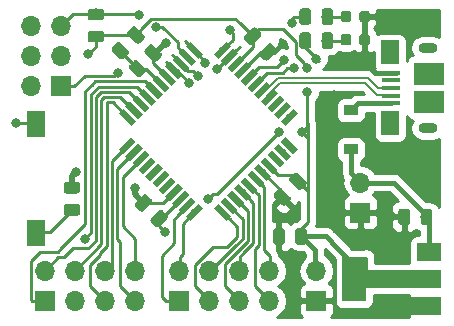
<source format=gbr>
G04 #@! TF.GenerationSoftware,KiCad,Pcbnew,5.0.0+dfsg1-2*
G04 #@! TF.CreationDate,2018-12-16T11:08:53+01:00*
G04 #@! TF.ProjectId,xmegatest,786D656761746573742E6B696361645F,rev?*
G04 #@! TF.SameCoordinates,Original*
G04 #@! TF.FileFunction,Copper,L1,Top,Signal*
G04 #@! TF.FilePolarity,Positive*
%FSLAX46Y46*%
G04 Gerber Fmt 4.6, Leading zero omitted, Abs format (unit mm)*
G04 Created by KiCad (PCBNEW 5.0.0+dfsg1-2) date Sun Dec 16 11:08:53 2018*
%MOMM*%
%LPD*%
G01*
G04 APERTURE LIST*
G04 #@! TA.AperFunction,SMDPad,CuDef*
%ADD10R,2.500000X1.900000*%
G04 #@! TD*
G04 #@! TA.AperFunction,ComponentPad*
%ADD11O,1.600000X0.900000*%
G04 #@! TD*
G04 #@! TA.AperFunction,SMDPad,CuDef*
%ADD12R,1.650000X0.400000*%
G04 #@! TD*
G04 #@! TA.AperFunction,SMDPad,CuDef*
%ADD13R,1.500000X2.000000*%
G04 #@! TD*
G04 #@! TA.AperFunction,ComponentPad*
%ADD14O,1.700000X1.700000*%
G04 #@! TD*
G04 #@! TA.AperFunction,ComponentPad*
%ADD15R,1.700000X1.700000*%
G04 #@! TD*
G04 #@! TA.AperFunction,Conductor*
%ADD16C,0.100000*%
G04 #@! TD*
G04 #@! TA.AperFunction,SMDPad,CuDef*
%ADD17C,0.975000*%
G04 #@! TD*
G04 #@! TA.AperFunction,SMDPad,CuDef*
%ADD18C,0.875000*%
G04 #@! TD*
G04 #@! TA.AperFunction,SMDPad,CuDef*
%ADD19C,0.550000*%
G04 #@! TD*
G04 #@! TA.AperFunction,SMDPad,CuDef*
%ADD20R,2.000000X3.800000*%
G04 #@! TD*
G04 #@! TA.AperFunction,SMDPad,CuDef*
%ADD21R,2.000000X1.500000*%
G04 #@! TD*
G04 #@! TA.AperFunction,SMDPad,CuDef*
%ADD22R,1.600000X2.180000*%
G04 #@! TD*
G04 #@! TA.AperFunction,SMDPad,CuDef*
%ADD23R,1.200000X0.900000*%
G04 #@! TD*
G04 #@! TA.AperFunction,ViaPad*
%ADD24C,0.800000*%
G04 #@! TD*
G04 #@! TA.AperFunction,Conductor*
%ADD25C,0.250000*%
G04 #@! TD*
G04 #@! TA.AperFunction,Conductor*
%ADD26C,0.400000*%
G04 #@! TD*
G04 #@! TA.AperFunction,Conductor*
%ADD27C,1.500000*%
G04 #@! TD*
G04 #@! TA.AperFunction,Conductor*
%ADD28C,0.500000*%
G04 #@! TD*
G04 #@! TA.AperFunction,Conductor*
%ADD29C,0.200000*%
G04 #@! TD*
G04 #@! TA.AperFunction,Conductor*
%ADD30C,0.254000*%
G04 #@! TD*
G04 APERTURE END LIST*
D10*
G04 #@! TO.P,J2,6*
G04 #@! TO.N,Net-(J2-Pad6)*
X191631000Y-131515000D03*
X191631000Y-133900000D03*
D11*
X191546000Y-129315000D03*
X191546000Y-136115000D03*
D12*
G04 #@! TO.P,J2,5*
G04 #@! TO.N,GND*
X188481000Y-131440000D03*
G04 #@! TO.P,J2,4*
G04 #@! TO.N,Net-(J2-Pad4)*
X188481000Y-132090000D03*
G04 #@! TO.P,J2,3*
G04 #@! TO.N,/USBD+*
X188481000Y-132740000D03*
G04 #@! TO.P,J2,2*
G04 #@! TO.N,/USBD-*
X188481000Y-133390000D03*
G04 #@! TO.P,J2,1*
G04 #@! TO.N,Net-(F1-Pad2)*
X188481000Y-134040000D03*
D13*
G04 #@! TO.P,J2,6*
G04 #@! TO.N,Net-(J2-Pad6)*
X188361000Y-129715000D03*
X188381000Y-135715000D03*
G04 #@! TD*
D14*
G04 #@! TO.P,J5,8*
G04 #@! TO.N,Net-(J5-Pad8)*
X166751000Y-148209000D03*
G04 #@! TO.P,J5,7*
G04 #@! TO.N,Net-(J5-Pad7)*
X166751000Y-150749000D03*
G04 #@! TO.P,J5,6*
G04 #@! TO.N,Net-(J5-Pad6)*
X164211000Y-148209000D03*
G04 #@! TO.P,J5,5*
G04 #@! TO.N,Net-(J5-Pad5)*
X164211000Y-150749000D03*
G04 #@! TO.P,J5,4*
G04 #@! TO.N,Net-(J5-Pad4)*
X161671000Y-148209000D03*
G04 #@! TO.P,J5,3*
G04 #@! TO.N,Net-(J5-Pad2)*
X161671000Y-150749000D03*
G04 #@! TO.P,J5,2*
G04 #@! TO.N,Net-(J5-Pad3)*
X159131000Y-148209000D03*
D15*
G04 #@! TO.P,J5,1*
G04 #@! TO.N,Net-(J5-Pad1)*
X159131000Y-150749000D03*
G04 #@! TD*
G04 #@! TO.P,J1,1*
G04 #@! TO.N,/PDI_DATA*
X160528000Y-132588000D03*
D14*
G04 #@! TO.P,J1,2*
G04 #@! TO.N,+3V3*
X157988000Y-132588000D03*
G04 #@! TO.P,J1,3*
G04 #@! TO.N,Net-(J1-Pad3)*
X160528000Y-130048000D03*
G04 #@! TO.P,J1,4*
G04 #@! TO.N,Net-(J1-Pad4)*
X157988000Y-130048000D03*
G04 #@! TO.P,J1,5*
G04 #@! TO.N,/RESET*
X160528000Y-127508000D03*
G04 #@! TO.P,J1,6*
G04 #@! TO.N,GND*
X157988000Y-127508000D03*
G04 #@! TD*
D16*
G04 #@! TO.N,Net-(U2-Pad28)*
G04 #@! TO.C,RLED2*
G36*
X181448142Y-128015674D02*
X181471803Y-128019184D01*
X181495007Y-128024996D01*
X181517529Y-128033054D01*
X181539153Y-128043282D01*
X181559670Y-128055579D01*
X181578883Y-128069829D01*
X181596607Y-128085893D01*
X181612671Y-128103617D01*
X181626921Y-128122830D01*
X181639218Y-128143347D01*
X181649446Y-128164971D01*
X181657504Y-128187493D01*
X181663316Y-128210697D01*
X181666826Y-128234358D01*
X181668000Y-128258250D01*
X181668000Y-129170750D01*
X181666826Y-129194642D01*
X181663316Y-129218303D01*
X181657504Y-129241507D01*
X181649446Y-129264029D01*
X181639218Y-129285653D01*
X181626921Y-129306170D01*
X181612671Y-129325383D01*
X181596607Y-129343107D01*
X181578883Y-129359171D01*
X181559670Y-129373421D01*
X181539153Y-129385718D01*
X181517529Y-129395946D01*
X181495007Y-129404004D01*
X181471803Y-129409816D01*
X181448142Y-129413326D01*
X181424250Y-129414500D01*
X180936750Y-129414500D01*
X180912858Y-129413326D01*
X180889197Y-129409816D01*
X180865993Y-129404004D01*
X180843471Y-129395946D01*
X180821847Y-129385718D01*
X180801330Y-129373421D01*
X180782117Y-129359171D01*
X180764393Y-129343107D01*
X180748329Y-129325383D01*
X180734079Y-129306170D01*
X180721782Y-129285653D01*
X180711554Y-129264029D01*
X180703496Y-129241507D01*
X180697684Y-129218303D01*
X180694174Y-129194642D01*
X180693000Y-129170750D01*
X180693000Y-128258250D01*
X180694174Y-128234358D01*
X180697684Y-128210697D01*
X180703496Y-128187493D01*
X180711554Y-128164971D01*
X180721782Y-128143347D01*
X180734079Y-128122830D01*
X180748329Y-128103617D01*
X180764393Y-128085893D01*
X180782117Y-128069829D01*
X180801330Y-128055579D01*
X180821847Y-128043282D01*
X180843471Y-128033054D01*
X180865993Y-128024996D01*
X180889197Y-128019184D01*
X180912858Y-128015674D01*
X180936750Y-128014500D01*
X181424250Y-128014500D01*
X181448142Y-128015674D01*
X181448142Y-128015674D01*
G37*
D17*
G04 #@! TD*
G04 #@! TO.P,RLED2,1*
G04 #@! TO.N,Net-(U2-Pad28)*
X181180500Y-128714500D03*
D16*
G04 #@! TO.N,N/C*
G04 #@! TO.C,RLED2*
G36*
X183323142Y-128015674D02*
X183346803Y-128019184D01*
X183370007Y-128024996D01*
X183392529Y-128033054D01*
X183414153Y-128043282D01*
X183434670Y-128055579D01*
X183453883Y-128069829D01*
X183471607Y-128085893D01*
X183487671Y-128103617D01*
X183501921Y-128122830D01*
X183514218Y-128143347D01*
X183524446Y-128164971D01*
X183532504Y-128187493D01*
X183538316Y-128210697D01*
X183541826Y-128234358D01*
X183543000Y-128258250D01*
X183543000Y-129170750D01*
X183541826Y-129194642D01*
X183538316Y-129218303D01*
X183532504Y-129241507D01*
X183524446Y-129264029D01*
X183514218Y-129285653D01*
X183501921Y-129306170D01*
X183487671Y-129325383D01*
X183471607Y-129343107D01*
X183453883Y-129359171D01*
X183434670Y-129373421D01*
X183414153Y-129385718D01*
X183392529Y-129395946D01*
X183370007Y-129404004D01*
X183346803Y-129409816D01*
X183323142Y-129413326D01*
X183299250Y-129414500D01*
X182811750Y-129414500D01*
X182787858Y-129413326D01*
X182764197Y-129409816D01*
X182740993Y-129404004D01*
X182718471Y-129395946D01*
X182696847Y-129385718D01*
X182676330Y-129373421D01*
X182657117Y-129359171D01*
X182639393Y-129343107D01*
X182623329Y-129325383D01*
X182609079Y-129306170D01*
X182596782Y-129285653D01*
X182586554Y-129264029D01*
X182578496Y-129241507D01*
X182572684Y-129218303D01*
X182569174Y-129194642D01*
X182568000Y-129170750D01*
X182568000Y-128258250D01*
X182569174Y-128234358D01*
X182572684Y-128210697D01*
X182578496Y-128187493D01*
X182586554Y-128164971D01*
X182596782Y-128143347D01*
X182609079Y-128122830D01*
X182623329Y-128103617D01*
X182639393Y-128085893D01*
X182657117Y-128069829D01*
X182676330Y-128055579D01*
X182696847Y-128043282D01*
X182718471Y-128033054D01*
X182740993Y-128024996D01*
X182764197Y-128019184D01*
X182787858Y-128015674D01*
X182811750Y-128014500D01*
X183299250Y-128014500D01*
X183323142Y-128015674D01*
X183323142Y-128015674D01*
G37*
D17*
G04 #@! TD*
G04 #@! TO.P,RLED2,2*
G04 #@! TO.N,N/C*
X183055500Y-128714500D03*
D16*
G04 #@! TO.N,N/C*
G04 #@! TO.C,LED1*
G36*
X184872691Y-126208553D02*
X184893926Y-126211703D01*
X184914750Y-126216919D01*
X184934962Y-126224151D01*
X184954368Y-126233330D01*
X184972781Y-126244366D01*
X184990024Y-126257154D01*
X185005930Y-126271570D01*
X185020346Y-126287476D01*
X185033134Y-126304719D01*
X185044170Y-126323132D01*
X185053349Y-126342538D01*
X185060581Y-126362750D01*
X185065797Y-126383574D01*
X185068947Y-126404809D01*
X185070000Y-126426250D01*
X185070000Y-126938750D01*
X185068947Y-126960191D01*
X185065797Y-126981426D01*
X185060581Y-127002250D01*
X185053349Y-127022462D01*
X185044170Y-127041868D01*
X185033134Y-127060281D01*
X185020346Y-127077524D01*
X185005930Y-127093430D01*
X184990024Y-127107846D01*
X184972781Y-127120634D01*
X184954368Y-127131670D01*
X184934962Y-127140849D01*
X184914750Y-127148081D01*
X184893926Y-127153297D01*
X184872691Y-127156447D01*
X184851250Y-127157500D01*
X184413750Y-127157500D01*
X184392309Y-127156447D01*
X184371074Y-127153297D01*
X184350250Y-127148081D01*
X184330038Y-127140849D01*
X184310632Y-127131670D01*
X184292219Y-127120634D01*
X184274976Y-127107846D01*
X184259070Y-127093430D01*
X184244654Y-127077524D01*
X184231866Y-127060281D01*
X184220830Y-127041868D01*
X184211651Y-127022462D01*
X184204419Y-127002250D01*
X184199203Y-126981426D01*
X184196053Y-126960191D01*
X184195000Y-126938750D01*
X184195000Y-126426250D01*
X184196053Y-126404809D01*
X184199203Y-126383574D01*
X184204419Y-126362750D01*
X184211651Y-126342538D01*
X184220830Y-126323132D01*
X184231866Y-126304719D01*
X184244654Y-126287476D01*
X184259070Y-126271570D01*
X184274976Y-126257154D01*
X184292219Y-126244366D01*
X184310632Y-126233330D01*
X184330038Y-126224151D01*
X184350250Y-126216919D01*
X184371074Y-126211703D01*
X184392309Y-126208553D01*
X184413750Y-126207500D01*
X184851250Y-126207500D01*
X184872691Y-126208553D01*
X184872691Y-126208553D01*
G37*
D18*
G04 #@! TD*
G04 #@! TO.P,LED1,1*
G04 #@! TO.N,N/C*
X184632500Y-126682500D03*
D16*
G04 #@! TO.N,GND*
G04 #@! TO.C,LED1*
G36*
X186447691Y-126208553D02*
X186468926Y-126211703D01*
X186489750Y-126216919D01*
X186509962Y-126224151D01*
X186529368Y-126233330D01*
X186547781Y-126244366D01*
X186565024Y-126257154D01*
X186580930Y-126271570D01*
X186595346Y-126287476D01*
X186608134Y-126304719D01*
X186619170Y-126323132D01*
X186628349Y-126342538D01*
X186635581Y-126362750D01*
X186640797Y-126383574D01*
X186643947Y-126404809D01*
X186645000Y-126426250D01*
X186645000Y-126938750D01*
X186643947Y-126960191D01*
X186640797Y-126981426D01*
X186635581Y-127002250D01*
X186628349Y-127022462D01*
X186619170Y-127041868D01*
X186608134Y-127060281D01*
X186595346Y-127077524D01*
X186580930Y-127093430D01*
X186565024Y-127107846D01*
X186547781Y-127120634D01*
X186529368Y-127131670D01*
X186509962Y-127140849D01*
X186489750Y-127148081D01*
X186468926Y-127153297D01*
X186447691Y-127156447D01*
X186426250Y-127157500D01*
X185988750Y-127157500D01*
X185967309Y-127156447D01*
X185946074Y-127153297D01*
X185925250Y-127148081D01*
X185905038Y-127140849D01*
X185885632Y-127131670D01*
X185867219Y-127120634D01*
X185849976Y-127107846D01*
X185834070Y-127093430D01*
X185819654Y-127077524D01*
X185806866Y-127060281D01*
X185795830Y-127041868D01*
X185786651Y-127022462D01*
X185779419Y-127002250D01*
X185774203Y-126981426D01*
X185771053Y-126960191D01*
X185770000Y-126938750D01*
X185770000Y-126426250D01*
X185771053Y-126404809D01*
X185774203Y-126383574D01*
X185779419Y-126362750D01*
X185786651Y-126342538D01*
X185795830Y-126323132D01*
X185806866Y-126304719D01*
X185819654Y-126287476D01*
X185834070Y-126271570D01*
X185849976Y-126257154D01*
X185867219Y-126244366D01*
X185885632Y-126233330D01*
X185905038Y-126224151D01*
X185925250Y-126216919D01*
X185946074Y-126211703D01*
X185967309Y-126208553D01*
X185988750Y-126207500D01*
X186426250Y-126207500D01*
X186447691Y-126208553D01*
X186447691Y-126208553D01*
G37*
D18*
G04 #@! TD*
G04 #@! TO.P,LED1,2*
G04 #@! TO.N,GND*
X186207500Y-126682500D03*
D16*
G04 #@! TO.N,GND*
G04 #@! TO.C,C4*
G36*
X179225642Y-144589174D02*
X179249303Y-144592684D01*
X179272507Y-144598496D01*
X179295029Y-144606554D01*
X179316653Y-144616782D01*
X179337170Y-144629079D01*
X179356383Y-144643329D01*
X179374107Y-144659393D01*
X179390171Y-144677117D01*
X179404421Y-144696330D01*
X179416718Y-144716847D01*
X179426946Y-144738471D01*
X179435004Y-144760993D01*
X179440816Y-144784197D01*
X179444326Y-144807858D01*
X179445500Y-144831750D01*
X179445500Y-145744250D01*
X179444326Y-145768142D01*
X179440816Y-145791803D01*
X179435004Y-145815007D01*
X179426946Y-145837529D01*
X179416718Y-145859153D01*
X179404421Y-145879670D01*
X179390171Y-145898883D01*
X179374107Y-145916607D01*
X179356383Y-145932671D01*
X179337170Y-145946921D01*
X179316653Y-145959218D01*
X179295029Y-145969446D01*
X179272507Y-145977504D01*
X179249303Y-145983316D01*
X179225642Y-145986826D01*
X179201750Y-145988000D01*
X178714250Y-145988000D01*
X178690358Y-145986826D01*
X178666697Y-145983316D01*
X178643493Y-145977504D01*
X178620971Y-145969446D01*
X178599347Y-145959218D01*
X178578830Y-145946921D01*
X178559617Y-145932671D01*
X178541893Y-145916607D01*
X178525829Y-145898883D01*
X178511579Y-145879670D01*
X178499282Y-145859153D01*
X178489054Y-145837529D01*
X178480996Y-145815007D01*
X178475184Y-145791803D01*
X178471674Y-145768142D01*
X178470500Y-145744250D01*
X178470500Y-144831750D01*
X178471674Y-144807858D01*
X178475184Y-144784197D01*
X178480996Y-144760993D01*
X178489054Y-144738471D01*
X178499282Y-144716847D01*
X178511579Y-144696330D01*
X178525829Y-144677117D01*
X178541893Y-144659393D01*
X178559617Y-144643329D01*
X178578830Y-144629079D01*
X178599347Y-144616782D01*
X178620971Y-144606554D01*
X178643493Y-144598496D01*
X178666697Y-144592684D01*
X178690358Y-144589174D01*
X178714250Y-144588000D01*
X179201750Y-144588000D01*
X179225642Y-144589174D01*
X179225642Y-144589174D01*
G37*
D17*
G04 #@! TD*
G04 #@! TO.P,C4,2*
G04 #@! TO.N,GND*
X178958000Y-145288000D03*
D16*
G04 #@! TO.N,+3V3*
G04 #@! TO.C,C4*
G36*
X181100642Y-144589174D02*
X181124303Y-144592684D01*
X181147507Y-144598496D01*
X181170029Y-144606554D01*
X181191653Y-144616782D01*
X181212170Y-144629079D01*
X181231383Y-144643329D01*
X181249107Y-144659393D01*
X181265171Y-144677117D01*
X181279421Y-144696330D01*
X181291718Y-144716847D01*
X181301946Y-144738471D01*
X181310004Y-144760993D01*
X181315816Y-144784197D01*
X181319326Y-144807858D01*
X181320500Y-144831750D01*
X181320500Y-145744250D01*
X181319326Y-145768142D01*
X181315816Y-145791803D01*
X181310004Y-145815007D01*
X181301946Y-145837529D01*
X181291718Y-145859153D01*
X181279421Y-145879670D01*
X181265171Y-145898883D01*
X181249107Y-145916607D01*
X181231383Y-145932671D01*
X181212170Y-145946921D01*
X181191653Y-145959218D01*
X181170029Y-145969446D01*
X181147507Y-145977504D01*
X181124303Y-145983316D01*
X181100642Y-145986826D01*
X181076750Y-145988000D01*
X180589250Y-145988000D01*
X180565358Y-145986826D01*
X180541697Y-145983316D01*
X180518493Y-145977504D01*
X180495971Y-145969446D01*
X180474347Y-145959218D01*
X180453830Y-145946921D01*
X180434617Y-145932671D01*
X180416893Y-145916607D01*
X180400829Y-145898883D01*
X180386579Y-145879670D01*
X180374282Y-145859153D01*
X180364054Y-145837529D01*
X180355996Y-145815007D01*
X180350184Y-145791803D01*
X180346674Y-145768142D01*
X180345500Y-145744250D01*
X180345500Y-144831750D01*
X180346674Y-144807858D01*
X180350184Y-144784197D01*
X180355996Y-144760993D01*
X180364054Y-144738471D01*
X180374282Y-144716847D01*
X180386579Y-144696330D01*
X180400829Y-144677117D01*
X180416893Y-144659393D01*
X180434617Y-144643329D01*
X180453830Y-144629079D01*
X180474347Y-144616782D01*
X180495971Y-144606554D01*
X180518493Y-144598496D01*
X180541697Y-144592684D01*
X180565358Y-144589174D01*
X180589250Y-144588000D01*
X181076750Y-144588000D01*
X181100642Y-144589174D01*
X181100642Y-144589174D01*
G37*
D17*
G04 #@! TD*
G04 #@! TO.P,C4,1*
G04 #@! TO.N,+3V3*
X180833000Y-145288000D03*
D16*
G04 #@! TO.N,GND*
G04 #@! TO.C,C2*
G36*
X189830142Y-142938174D02*
X189853803Y-142941684D01*
X189877007Y-142947496D01*
X189899529Y-142955554D01*
X189921153Y-142965782D01*
X189941670Y-142978079D01*
X189960883Y-142992329D01*
X189978607Y-143008393D01*
X189994671Y-143026117D01*
X190008921Y-143045330D01*
X190021218Y-143065847D01*
X190031446Y-143087471D01*
X190039504Y-143109993D01*
X190045316Y-143133197D01*
X190048826Y-143156858D01*
X190050000Y-143180750D01*
X190050000Y-144093250D01*
X190048826Y-144117142D01*
X190045316Y-144140803D01*
X190039504Y-144164007D01*
X190031446Y-144186529D01*
X190021218Y-144208153D01*
X190008921Y-144228670D01*
X189994671Y-144247883D01*
X189978607Y-144265607D01*
X189960883Y-144281671D01*
X189941670Y-144295921D01*
X189921153Y-144308218D01*
X189899529Y-144318446D01*
X189877007Y-144326504D01*
X189853803Y-144332316D01*
X189830142Y-144335826D01*
X189806250Y-144337000D01*
X189318750Y-144337000D01*
X189294858Y-144335826D01*
X189271197Y-144332316D01*
X189247993Y-144326504D01*
X189225471Y-144318446D01*
X189203847Y-144308218D01*
X189183330Y-144295921D01*
X189164117Y-144281671D01*
X189146393Y-144265607D01*
X189130329Y-144247883D01*
X189116079Y-144228670D01*
X189103782Y-144208153D01*
X189093554Y-144186529D01*
X189085496Y-144164007D01*
X189079684Y-144140803D01*
X189076174Y-144117142D01*
X189075000Y-144093250D01*
X189075000Y-143180750D01*
X189076174Y-143156858D01*
X189079684Y-143133197D01*
X189085496Y-143109993D01*
X189093554Y-143087471D01*
X189103782Y-143065847D01*
X189116079Y-143045330D01*
X189130329Y-143026117D01*
X189146393Y-143008393D01*
X189164117Y-142992329D01*
X189183330Y-142978079D01*
X189203847Y-142965782D01*
X189225471Y-142955554D01*
X189247993Y-142947496D01*
X189271197Y-142941684D01*
X189294858Y-142938174D01*
X189318750Y-142937000D01*
X189806250Y-142937000D01*
X189830142Y-142938174D01*
X189830142Y-142938174D01*
G37*
D17*
G04 #@! TD*
G04 #@! TO.P,C2,2*
G04 #@! TO.N,GND*
X189562500Y-143637000D03*
D16*
G04 #@! TO.N,+5V*
G04 #@! TO.C,C2*
G36*
X191705142Y-142938174D02*
X191728803Y-142941684D01*
X191752007Y-142947496D01*
X191774529Y-142955554D01*
X191796153Y-142965782D01*
X191816670Y-142978079D01*
X191835883Y-142992329D01*
X191853607Y-143008393D01*
X191869671Y-143026117D01*
X191883921Y-143045330D01*
X191896218Y-143065847D01*
X191906446Y-143087471D01*
X191914504Y-143109993D01*
X191920316Y-143133197D01*
X191923826Y-143156858D01*
X191925000Y-143180750D01*
X191925000Y-144093250D01*
X191923826Y-144117142D01*
X191920316Y-144140803D01*
X191914504Y-144164007D01*
X191906446Y-144186529D01*
X191896218Y-144208153D01*
X191883921Y-144228670D01*
X191869671Y-144247883D01*
X191853607Y-144265607D01*
X191835883Y-144281671D01*
X191816670Y-144295921D01*
X191796153Y-144308218D01*
X191774529Y-144318446D01*
X191752007Y-144326504D01*
X191728803Y-144332316D01*
X191705142Y-144335826D01*
X191681250Y-144337000D01*
X191193750Y-144337000D01*
X191169858Y-144335826D01*
X191146197Y-144332316D01*
X191122993Y-144326504D01*
X191100471Y-144318446D01*
X191078847Y-144308218D01*
X191058330Y-144295921D01*
X191039117Y-144281671D01*
X191021393Y-144265607D01*
X191005329Y-144247883D01*
X190991079Y-144228670D01*
X190978782Y-144208153D01*
X190968554Y-144186529D01*
X190960496Y-144164007D01*
X190954684Y-144140803D01*
X190951174Y-144117142D01*
X190950000Y-144093250D01*
X190950000Y-143180750D01*
X190951174Y-143156858D01*
X190954684Y-143133197D01*
X190960496Y-143109993D01*
X190968554Y-143087471D01*
X190978782Y-143065847D01*
X190991079Y-143045330D01*
X191005329Y-143026117D01*
X191021393Y-143008393D01*
X191039117Y-142992329D01*
X191058330Y-142978079D01*
X191078847Y-142965782D01*
X191100471Y-142955554D01*
X191122993Y-142947496D01*
X191146197Y-142941684D01*
X191169858Y-142938174D01*
X191193750Y-142937000D01*
X191681250Y-142937000D01*
X191705142Y-142938174D01*
X191705142Y-142938174D01*
G37*
D17*
G04 #@! TD*
G04 #@! TO.P,C2,1*
G04 #@! TO.N,+5V*
X191437500Y-143637000D03*
D19*
G04 #@! TO.P,U2,1*
G04 #@! TO.N,Net-(J5-Pad6)*
X166115064Y-137600082D03*
D16*
G04 #@! TD*
G04 #@! TO.N,Net-(J5-Pad6)*
G04 #@! TO.C,U2*
G36*
X165779188Y-138324866D02*
X165390280Y-137935958D01*
X166450940Y-136875298D01*
X166839848Y-137264206D01*
X165779188Y-138324866D01*
X165779188Y-138324866D01*
G37*
D19*
G04 #@! TO.P,U2,2*
G04 #@! TO.N,Net-(J5-Pad7)*
X166680750Y-138165767D03*
D16*
G04 #@! TD*
G04 #@! TO.N,Net-(J5-Pad7)*
G04 #@! TO.C,U2*
G36*
X166344874Y-138890551D02*
X165955966Y-138501643D01*
X167016626Y-137440983D01*
X167405534Y-137829891D01*
X166344874Y-138890551D01*
X166344874Y-138890551D01*
G37*
D19*
G04 #@! TO.P,U2,3*
G04 #@! TO.N,Net-(J5-Pad8)*
X167246435Y-138731452D03*
D16*
G04 #@! TD*
G04 #@! TO.N,Net-(J5-Pad8)*
G04 #@! TO.C,U2*
G36*
X166910559Y-139456236D02*
X166521651Y-139067328D01*
X167582311Y-138006668D01*
X167971219Y-138395576D01*
X166910559Y-139456236D01*
X166910559Y-139456236D01*
G37*
D19*
G04 #@! TO.P,U2,4*
G04 #@! TO.N,Net-(U2-Pad4)*
X167812120Y-139297138D03*
D16*
G04 #@! TD*
G04 #@! TO.N,Net-(U2-Pad4)*
G04 #@! TO.C,U2*
G36*
X167476244Y-140021922D02*
X167087336Y-139633014D01*
X168147996Y-138572354D01*
X168536904Y-138961262D01*
X167476244Y-140021922D01*
X167476244Y-140021922D01*
G37*
D19*
G04 #@! TO.P,U2,5*
G04 #@! TO.N,Net-(U2-Pad5)*
X168377806Y-139862823D03*
D16*
G04 #@! TD*
G04 #@! TO.N,Net-(U2-Pad5)*
G04 #@! TO.C,U2*
G36*
X168041930Y-140587607D02*
X167653022Y-140198699D01*
X168713682Y-139138039D01*
X169102590Y-139526947D01*
X168041930Y-140587607D01*
X168041930Y-140587607D01*
G37*
D19*
G04 #@! TO.P,U2,6*
G04 #@! TO.N,Net-(U2-Pad6)*
X168943491Y-140428509D03*
D16*
G04 #@! TD*
G04 #@! TO.N,Net-(U2-Pad6)*
G04 #@! TO.C,U2*
G36*
X168607615Y-141153293D02*
X168218707Y-140764385D01*
X169279367Y-139703725D01*
X169668275Y-140092633D01*
X168607615Y-141153293D01*
X168607615Y-141153293D01*
G37*
D19*
G04 #@! TO.P,U2,7*
G04 #@! TO.N,Net-(U2-Pad7)*
X169509177Y-140994194D03*
D16*
G04 #@! TD*
G04 #@! TO.N,Net-(U2-Pad7)*
G04 #@! TO.C,U2*
G36*
X169173301Y-141718978D02*
X168784393Y-141330070D01*
X169845053Y-140269410D01*
X170233961Y-140658318D01*
X169173301Y-141718978D01*
X169173301Y-141718978D01*
G37*
D19*
G04 #@! TO.P,U2,8*
G04 #@! TO.N,GND*
X170074862Y-141559880D03*
D16*
G04 #@! TD*
G04 #@! TO.N,GND*
G04 #@! TO.C,U2*
G36*
X169738986Y-142284664D02*
X169350078Y-141895756D01*
X170410738Y-140835096D01*
X170799646Y-141224004D01*
X169738986Y-142284664D01*
X169738986Y-142284664D01*
G37*
D19*
G04 #@! TO.P,U2,9*
G04 #@! TO.N,+3V3*
X170640548Y-142125565D03*
D16*
G04 #@! TD*
G04 #@! TO.N,+3V3*
G04 #@! TO.C,U2*
G36*
X170304672Y-142850349D02*
X169915764Y-142461441D01*
X170976424Y-141400781D01*
X171365332Y-141789689D01*
X170304672Y-142850349D01*
X170304672Y-142850349D01*
G37*
D19*
G04 #@! TO.P,U2,10*
G04 #@! TO.N,Net-(J7-Pad1)*
X171206233Y-142691250D03*
D16*
G04 #@! TD*
G04 #@! TO.N,Net-(J7-Pad1)*
G04 #@! TO.C,U2*
G36*
X170870357Y-143416034D02*
X170481449Y-143027126D01*
X171542109Y-141966466D01*
X171931017Y-142355374D01*
X170870357Y-143416034D01*
X170870357Y-143416034D01*
G37*
D19*
G04 #@! TO.P,U2,11*
G04 #@! TO.N,Net-(J7-Pad2)*
X171771918Y-143256936D03*
D16*
G04 #@! TD*
G04 #@! TO.N,Net-(J7-Pad2)*
G04 #@! TO.C,U2*
G36*
X171436042Y-143981720D02*
X171047134Y-143592812D01*
X172107794Y-142532152D01*
X172496702Y-142921060D01*
X171436042Y-143981720D01*
X171436042Y-143981720D01*
G37*
D19*
G04 #@! TO.P,U2,12*
G04 #@! TO.N,Net-(J7-Pad3)*
X174176082Y-143256936D03*
D16*
G04 #@! TD*
G04 #@! TO.N,Net-(J7-Pad3)*
G04 #@! TO.C,U2*
G36*
X174900866Y-143592812D02*
X174511958Y-143981720D01*
X173451298Y-142921060D01*
X173840206Y-142532152D01*
X174900866Y-143592812D01*
X174900866Y-143592812D01*
G37*
D19*
G04 #@! TO.P,U2,13*
G04 #@! TO.N,Net-(J7-Pad4)*
X174741767Y-142691250D03*
D16*
G04 #@! TD*
G04 #@! TO.N,Net-(J7-Pad4)*
G04 #@! TO.C,U2*
G36*
X175466551Y-143027126D02*
X175077643Y-143416034D01*
X174016983Y-142355374D01*
X174405891Y-141966466D01*
X175466551Y-143027126D01*
X175466551Y-143027126D01*
G37*
D19*
G04 #@! TO.P,U2,14*
G04 #@! TO.N,Net-(J7-Pad5)*
X175307452Y-142125565D03*
D16*
G04 #@! TD*
G04 #@! TO.N,Net-(J7-Pad5)*
G04 #@! TO.C,U2*
G36*
X176032236Y-142461441D02*
X175643328Y-142850349D01*
X174582668Y-141789689D01*
X174971576Y-141400781D01*
X176032236Y-142461441D01*
X176032236Y-142461441D01*
G37*
D19*
G04 #@! TO.P,U2,15*
G04 #@! TO.N,Net-(J7-Pad6)*
X175873138Y-141559880D03*
D16*
G04 #@! TD*
G04 #@! TO.N,Net-(J7-Pad6)*
G04 #@! TO.C,U2*
G36*
X176597922Y-141895756D02*
X176209014Y-142284664D01*
X175148354Y-141224004D01*
X175537262Y-140835096D01*
X176597922Y-141895756D01*
X176597922Y-141895756D01*
G37*
D19*
G04 #@! TO.P,U2,16*
G04 #@! TO.N,Net-(J7-Pad7)*
X176438823Y-140994194D03*
D16*
G04 #@! TD*
G04 #@! TO.N,Net-(J7-Pad7)*
G04 #@! TO.C,U2*
G36*
X177163607Y-141330070D02*
X176774699Y-141718978D01*
X175714039Y-140658318D01*
X176102947Y-140269410D01*
X177163607Y-141330070D01*
X177163607Y-141330070D01*
G37*
D19*
G04 #@! TO.P,U2,17*
G04 #@! TO.N,Net-(J7-Pad8)*
X177004509Y-140428509D03*
D16*
G04 #@! TD*
G04 #@! TO.N,Net-(J7-Pad8)*
G04 #@! TO.C,U2*
G36*
X177729293Y-140764385D02*
X177340385Y-141153293D01*
X176279725Y-140092633D01*
X176668633Y-139703725D01*
X177729293Y-140764385D01*
X177729293Y-140764385D01*
G37*
D19*
G04 #@! TO.P,U2,18*
G04 #@! TO.N,GND*
X177570194Y-139862823D03*
D16*
G04 #@! TD*
G04 #@! TO.N,GND*
G04 #@! TO.C,U2*
G36*
X178294978Y-140198699D02*
X177906070Y-140587607D01*
X176845410Y-139526947D01*
X177234318Y-139138039D01*
X178294978Y-140198699D01*
X178294978Y-140198699D01*
G37*
D19*
G04 #@! TO.P,U2,19*
G04 #@! TO.N,+3V3*
X178135880Y-139297138D03*
D16*
G04 #@! TD*
G04 #@! TO.N,+3V3*
G04 #@! TO.C,U2*
G36*
X178860664Y-139633014D02*
X178471756Y-140021922D01*
X177411096Y-138961262D01*
X177800004Y-138572354D01*
X178860664Y-139633014D01*
X178860664Y-139633014D01*
G37*
D19*
G04 #@! TO.P,U2,20*
G04 #@! TO.N,Net-(U2-Pad20)*
X178701565Y-138731452D03*
D16*
G04 #@! TD*
G04 #@! TO.N,Net-(U2-Pad20)*
G04 #@! TO.C,U2*
G36*
X179426349Y-139067328D02*
X179037441Y-139456236D01*
X177976781Y-138395576D01*
X178365689Y-138006668D01*
X179426349Y-139067328D01*
X179426349Y-139067328D01*
G37*
D19*
G04 #@! TO.P,U2,21*
G04 #@! TO.N,Net-(U2-Pad21)*
X179267250Y-138165767D03*
D16*
G04 #@! TD*
G04 #@! TO.N,Net-(U2-Pad21)*
G04 #@! TO.C,U2*
G36*
X179992034Y-138501643D02*
X179603126Y-138890551D01*
X178542466Y-137829891D01*
X178931374Y-137440983D01*
X179992034Y-138501643D01*
X179992034Y-138501643D01*
G37*
D19*
G04 #@! TO.P,U2,22*
G04 #@! TO.N,Net-(U2-Pad22)*
X179832936Y-137600082D03*
D16*
G04 #@! TD*
G04 #@! TO.N,Net-(U2-Pad22)*
G04 #@! TO.C,U2*
G36*
X180557720Y-137935958D02*
X180168812Y-138324866D01*
X179108152Y-137264206D01*
X179497060Y-136875298D01*
X180557720Y-137935958D01*
X180557720Y-137935958D01*
G37*
D19*
G04 #@! TO.P,U2,23*
G04 #@! TO.N,Net-(U2-Pad23)*
X179832936Y-135195918D03*
D16*
G04 #@! TD*
G04 #@! TO.N,Net-(U2-Pad23)*
G04 #@! TO.C,U2*
G36*
X179497060Y-135920702D02*
X179108152Y-135531794D01*
X180168812Y-134471134D01*
X180557720Y-134860042D01*
X179497060Y-135920702D01*
X179497060Y-135920702D01*
G37*
D19*
G04 #@! TO.P,U2,24*
G04 #@! TO.N,Net-(U2-Pad24)*
X179267250Y-134630233D03*
D16*
G04 #@! TD*
G04 #@! TO.N,Net-(U2-Pad24)*
G04 #@! TO.C,U2*
G36*
X178931374Y-135355017D02*
X178542466Y-134966109D01*
X179603126Y-133905449D01*
X179992034Y-134294357D01*
X178931374Y-135355017D01*
X178931374Y-135355017D01*
G37*
D19*
G04 #@! TO.P,U2,25*
G04 #@! TO.N,Net-(U2-Pad25)*
X178701565Y-134064548D03*
D16*
G04 #@! TD*
G04 #@! TO.N,Net-(U2-Pad25)*
G04 #@! TO.C,U2*
G36*
X178365689Y-134789332D02*
X177976781Y-134400424D01*
X179037441Y-133339764D01*
X179426349Y-133728672D01*
X178365689Y-134789332D01*
X178365689Y-134789332D01*
G37*
D19*
G04 #@! TO.P,U2,26*
G04 #@! TO.N,/USBD-*
X178135880Y-133498862D03*
D16*
G04 #@! TD*
G04 #@! TO.N,/USBD-*
G04 #@! TO.C,U2*
G36*
X177800004Y-134223646D02*
X177411096Y-133834738D01*
X178471756Y-132774078D01*
X178860664Y-133162986D01*
X177800004Y-134223646D01*
X177800004Y-134223646D01*
G37*
D19*
G04 #@! TO.P,U2,27*
G04 #@! TO.N,/USBD+*
X177570194Y-132933177D03*
D16*
G04 #@! TD*
G04 #@! TO.N,/USBD+*
G04 #@! TO.C,U2*
G36*
X177234318Y-133657961D02*
X176845410Y-133269053D01*
X177906070Y-132208393D01*
X178294978Y-132597301D01*
X177234318Y-133657961D01*
X177234318Y-133657961D01*
G37*
D19*
G04 #@! TO.P,U2,28*
G04 #@! TO.N,Net-(U2-Pad28)*
X177004509Y-132367491D03*
D16*
G04 #@! TD*
G04 #@! TO.N,Net-(U2-Pad28)*
G04 #@! TO.C,U2*
G36*
X176668633Y-133092275D02*
X176279725Y-132703367D01*
X177340385Y-131642707D01*
X177729293Y-132031615D01*
X176668633Y-133092275D01*
X176668633Y-133092275D01*
G37*
D19*
G04 #@! TO.P,U2,29*
G04 #@! TO.N,Net-(U2-Pad29)*
X176438823Y-131801806D03*
D16*
G04 #@! TD*
G04 #@! TO.N,Net-(U2-Pad29)*
G04 #@! TO.C,U2*
G36*
X176102947Y-132526590D02*
X175714039Y-132137682D01*
X176774699Y-131077022D01*
X177163607Y-131465930D01*
X176102947Y-132526590D01*
X176102947Y-132526590D01*
G37*
D19*
G04 #@! TO.P,U2,30*
G04 #@! TO.N,GND*
X175873138Y-131236120D03*
D16*
G04 #@! TD*
G04 #@! TO.N,GND*
G04 #@! TO.C,U2*
G36*
X175537262Y-131960904D02*
X175148354Y-131571996D01*
X176209014Y-130511336D01*
X176597922Y-130900244D01*
X175537262Y-131960904D01*
X175537262Y-131960904D01*
G37*
D19*
G04 #@! TO.P,U2,31*
G04 #@! TO.N,+3V3*
X175307452Y-130670435D03*
D16*
G04 #@! TD*
G04 #@! TO.N,+3V3*
G04 #@! TO.C,U2*
G36*
X174971576Y-131395219D02*
X174582668Y-131006311D01*
X175643328Y-129945651D01*
X176032236Y-130334559D01*
X174971576Y-131395219D01*
X174971576Y-131395219D01*
G37*
D19*
G04 #@! TO.P,U2,32*
G04 #@! TO.N,Net-(U2-Pad32)*
X174741767Y-130104750D03*
D16*
G04 #@! TD*
G04 #@! TO.N,Net-(U2-Pad32)*
G04 #@! TO.C,U2*
G36*
X174405891Y-130829534D02*
X174016983Y-130440626D01*
X175077643Y-129379966D01*
X175466551Y-129768874D01*
X174405891Y-130829534D01*
X174405891Y-130829534D01*
G37*
D19*
G04 #@! TO.P,U2,33*
G04 #@! TO.N,Net-(U2-Pad33)*
X174176082Y-129539064D03*
D16*
G04 #@! TD*
G04 #@! TO.N,Net-(U2-Pad33)*
G04 #@! TO.C,U2*
G36*
X173840206Y-130263848D02*
X173451298Y-129874940D01*
X174511958Y-128814280D01*
X174900866Y-129203188D01*
X173840206Y-130263848D01*
X173840206Y-130263848D01*
G37*
D19*
G04 #@! TO.P,U2,34*
G04 #@! TO.N,/PDI_DATA*
X171771918Y-129539064D03*
D16*
G04 #@! TD*
G04 #@! TO.N,/PDI_DATA*
G04 #@! TO.C,U2*
G36*
X172496702Y-129874940D02*
X172107794Y-130263848D01*
X171047134Y-129203188D01*
X171436042Y-128814280D01*
X172496702Y-129874940D01*
X172496702Y-129874940D01*
G37*
D19*
G04 #@! TO.P,U2,35*
G04 #@! TO.N,/RESET*
X171206233Y-130104750D03*
D16*
G04 #@! TD*
G04 #@! TO.N,/RESET*
G04 #@! TO.C,U2*
G36*
X171931017Y-130440626D02*
X171542109Y-130829534D01*
X170481449Y-129768874D01*
X170870357Y-129379966D01*
X171931017Y-130440626D01*
X171931017Y-130440626D01*
G37*
D19*
G04 #@! TO.P,U2,36*
G04 #@! TO.N,/XTAL2*
X170640548Y-130670435D03*
D16*
G04 #@! TD*
G04 #@! TO.N,/XTAL2*
G04 #@! TO.C,U2*
G36*
X171365332Y-131006311D02*
X170976424Y-131395219D01*
X169915764Y-130334559D01*
X170304672Y-129945651D01*
X171365332Y-131006311D01*
X171365332Y-131006311D01*
G37*
D19*
G04 #@! TO.P,U2,37*
G04 #@! TO.N,/XTAL1*
X170074862Y-131236120D03*
D16*
G04 #@! TD*
G04 #@! TO.N,/XTAL1*
G04 #@! TO.C,U2*
G36*
X170799646Y-131571996D02*
X170410738Y-131960904D01*
X169350078Y-130900244D01*
X169738986Y-130511336D01*
X170799646Y-131571996D01*
X170799646Y-131571996D01*
G37*
D19*
G04 #@! TO.P,U2,38*
G04 #@! TO.N,GND*
X169509177Y-131801806D03*
D16*
G04 #@! TD*
G04 #@! TO.N,GND*
G04 #@! TO.C,U2*
G36*
X170233961Y-132137682D02*
X169845053Y-132526590D01*
X168784393Y-131465930D01*
X169173301Y-131077022D01*
X170233961Y-132137682D01*
X170233961Y-132137682D01*
G37*
D19*
G04 #@! TO.P,U2,39*
G04 #@! TO.N,Net-(C7-Pad2)*
X168943491Y-132367491D03*
D16*
G04 #@! TD*
G04 #@! TO.N,Net-(C7-Pad2)*
G04 #@! TO.C,U2*
G36*
X169668275Y-132703367D02*
X169279367Y-133092275D01*
X168218707Y-132031615D01*
X168607615Y-131642707D01*
X169668275Y-132703367D01*
X169668275Y-132703367D01*
G37*
D19*
G04 #@! TO.P,U2,40*
G04 #@! TO.N,Net-(J5-Pad1)*
X168377806Y-132933177D03*
D16*
G04 #@! TD*
G04 #@! TO.N,Net-(J5-Pad1)*
G04 #@! TO.C,U2*
G36*
X169102590Y-133269053D02*
X168713682Y-133657961D01*
X167653022Y-132597301D01*
X168041930Y-132208393D01*
X169102590Y-133269053D01*
X169102590Y-133269053D01*
G37*
D19*
G04 #@! TO.P,U2,41*
G04 #@! TO.N,Net-(J5-Pad2)*
X167812120Y-133498862D03*
D16*
G04 #@! TD*
G04 #@! TO.N,Net-(J5-Pad2)*
G04 #@! TO.C,U2*
G36*
X168536904Y-133834738D02*
X168147996Y-134223646D01*
X167087336Y-133162986D01*
X167476244Y-132774078D01*
X168536904Y-133834738D01*
X168536904Y-133834738D01*
G37*
D19*
G04 #@! TO.P,U2,42*
G04 #@! TO.N,Net-(J5-Pad3)*
X167246435Y-134064548D03*
D16*
G04 #@! TD*
G04 #@! TO.N,Net-(J5-Pad3)*
G04 #@! TO.C,U2*
G36*
X167971219Y-134400424D02*
X167582311Y-134789332D01*
X166521651Y-133728672D01*
X166910559Y-133339764D01*
X167971219Y-134400424D01*
X167971219Y-134400424D01*
G37*
D19*
G04 #@! TO.P,U2,43*
G04 #@! TO.N,Net-(J5-Pad4)*
X166680750Y-134630233D03*
D16*
G04 #@! TD*
G04 #@! TO.N,Net-(J5-Pad4)*
G04 #@! TO.C,U2*
G36*
X167405534Y-134966109D02*
X167016626Y-135355017D01*
X165955966Y-134294357D01*
X166344874Y-133905449D01*
X167405534Y-134966109D01*
X167405534Y-134966109D01*
G37*
D19*
G04 #@! TO.P,U2,44*
G04 #@! TO.N,Net-(J5-Pad5)*
X166115064Y-135195918D03*
D16*
G04 #@! TD*
G04 #@! TO.N,Net-(J5-Pad5)*
G04 #@! TO.C,U2*
G36*
X166839848Y-135531794D02*
X166450940Y-135920702D01*
X165390280Y-134860042D01*
X165779188Y-134471134D01*
X166839848Y-135531794D01*
X166839848Y-135531794D01*
G37*
D20*
G04 #@! TO.P,U1,2*
G04 #@! TO.N,+3V3*
X185318000Y-148907500D03*
D21*
X191618000Y-148907500D03*
G04 #@! TO.P,U1,3*
G04 #@! TO.N,+5V*
X191618000Y-146607500D03*
G04 #@! TO.P,U1,1*
G04 #@! TO.N,GND*
X191618000Y-151207500D03*
G04 #@! TD*
D14*
G04 #@! TO.P,J7,8*
G04 #@! TO.N,Net-(J7-Pad8)*
X178117500Y-148209000D03*
G04 #@! TO.P,J7,7*
G04 #@! TO.N,Net-(J7-Pad7)*
X178117500Y-150749000D03*
G04 #@! TO.P,J7,6*
G04 #@! TO.N,Net-(J7-Pad6)*
X175577500Y-148209000D03*
G04 #@! TO.P,J7,5*
G04 #@! TO.N,Net-(J7-Pad5)*
X175577500Y-150749000D03*
G04 #@! TO.P,J7,4*
G04 #@! TO.N,Net-(J7-Pad4)*
X173037500Y-148209000D03*
G04 #@! TO.P,J7,3*
G04 #@! TO.N,Net-(J7-Pad3)*
X173037500Y-150749000D03*
G04 #@! TO.P,J7,2*
G04 #@! TO.N,Net-(J7-Pad2)*
X170497500Y-148209000D03*
D15*
G04 #@! TO.P,J7,1*
G04 #@! TO.N,Net-(J7-Pad1)*
X170497500Y-150749000D03*
G04 #@! TD*
D14*
G04 #@! TO.P,JP1,2*
G04 #@! TO.N,+3V3*
X182118000Y-148209000D03*
D15*
G04 #@! TO.P,JP1,1*
G04 #@! TO.N,GND*
X182118000Y-150749000D03*
G04 #@! TD*
D22*
G04 #@! TO.P,SW1,1*
G04 #@! TO.N,Net-(R2-Pad2)*
X158369000Y-144988500D03*
G04 #@! TO.P,SW1,2*
G04 #@! TO.N,/RESET*
X158369000Y-135808500D03*
G04 #@! TD*
D16*
G04 #@! TO.N,GND*
G04 #@! TO.C,C5*
G36*
X179106219Y-141212862D02*
X179129880Y-141216372D01*
X179153084Y-141222184D01*
X179175606Y-141230242D01*
X179197230Y-141240470D01*
X179217747Y-141252767D01*
X179236960Y-141267017D01*
X179254684Y-141283081D01*
X179899919Y-141928316D01*
X179915983Y-141946040D01*
X179930233Y-141965253D01*
X179942530Y-141985770D01*
X179952758Y-142007394D01*
X179960816Y-142029916D01*
X179966628Y-142053120D01*
X179970138Y-142076781D01*
X179971312Y-142100673D01*
X179970138Y-142124565D01*
X179966628Y-142148226D01*
X179960816Y-142171430D01*
X179952758Y-142193952D01*
X179942530Y-142215576D01*
X179930233Y-142236093D01*
X179915983Y-142255306D01*
X179899919Y-142273030D01*
X179555204Y-142617745D01*
X179537480Y-142633809D01*
X179518267Y-142648059D01*
X179497750Y-142660356D01*
X179476126Y-142670584D01*
X179453604Y-142678642D01*
X179430400Y-142684454D01*
X179406739Y-142687964D01*
X179382847Y-142689138D01*
X179358955Y-142687964D01*
X179335294Y-142684454D01*
X179312090Y-142678642D01*
X179289568Y-142670584D01*
X179267944Y-142660356D01*
X179247427Y-142648059D01*
X179228214Y-142633809D01*
X179210490Y-142617745D01*
X178565255Y-141972510D01*
X178549191Y-141954786D01*
X178534941Y-141935573D01*
X178522644Y-141915056D01*
X178512416Y-141893432D01*
X178504358Y-141870910D01*
X178498546Y-141847706D01*
X178495036Y-141824045D01*
X178493862Y-141800153D01*
X178495036Y-141776261D01*
X178498546Y-141752600D01*
X178504358Y-141729396D01*
X178512416Y-141706874D01*
X178522644Y-141685250D01*
X178534941Y-141664733D01*
X178549191Y-141645520D01*
X178565255Y-141627796D01*
X178909970Y-141283081D01*
X178927694Y-141267017D01*
X178946907Y-141252767D01*
X178967424Y-141240470D01*
X178989048Y-141230242D01*
X179011570Y-141222184D01*
X179034774Y-141216372D01*
X179058435Y-141212862D01*
X179082327Y-141211688D01*
X179106219Y-141212862D01*
X179106219Y-141212862D01*
G37*
D17*
G04 #@! TD*
G04 #@! TO.P,C5,1*
G04 #@! TO.N,GND*
X179232587Y-141950413D03*
D16*
G04 #@! TO.N,+3V3*
G04 #@! TO.C,C5*
G36*
X180432045Y-139887036D02*
X180455706Y-139890546D01*
X180478910Y-139896358D01*
X180501432Y-139904416D01*
X180523056Y-139914644D01*
X180543573Y-139926941D01*
X180562786Y-139941191D01*
X180580510Y-139957255D01*
X181225745Y-140602490D01*
X181241809Y-140620214D01*
X181256059Y-140639427D01*
X181268356Y-140659944D01*
X181278584Y-140681568D01*
X181286642Y-140704090D01*
X181292454Y-140727294D01*
X181295964Y-140750955D01*
X181297138Y-140774847D01*
X181295964Y-140798739D01*
X181292454Y-140822400D01*
X181286642Y-140845604D01*
X181278584Y-140868126D01*
X181268356Y-140889750D01*
X181256059Y-140910267D01*
X181241809Y-140929480D01*
X181225745Y-140947204D01*
X180881030Y-141291919D01*
X180863306Y-141307983D01*
X180844093Y-141322233D01*
X180823576Y-141334530D01*
X180801952Y-141344758D01*
X180779430Y-141352816D01*
X180756226Y-141358628D01*
X180732565Y-141362138D01*
X180708673Y-141363312D01*
X180684781Y-141362138D01*
X180661120Y-141358628D01*
X180637916Y-141352816D01*
X180615394Y-141344758D01*
X180593770Y-141334530D01*
X180573253Y-141322233D01*
X180554040Y-141307983D01*
X180536316Y-141291919D01*
X179891081Y-140646684D01*
X179875017Y-140628960D01*
X179860767Y-140609747D01*
X179848470Y-140589230D01*
X179838242Y-140567606D01*
X179830184Y-140545084D01*
X179824372Y-140521880D01*
X179820862Y-140498219D01*
X179819688Y-140474327D01*
X179820862Y-140450435D01*
X179824372Y-140426774D01*
X179830184Y-140403570D01*
X179838242Y-140381048D01*
X179848470Y-140359424D01*
X179860767Y-140338907D01*
X179875017Y-140319694D01*
X179891081Y-140301970D01*
X180235796Y-139957255D01*
X180253520Y-139941191D01*
X180272733Y-139926941D01*
X180293250Y-139914644D01*
X180314874Y-139904416D01*
X180337396Y-139896358D01*
X180360600Y-139890546D01*
X180384261Y-139887036D01*
X180408153Y-139885862D01*
X180432045Y-139887036D01*
X180432045Y-139887036D01*
G37*
D17*
G04 #@! TD*
G04 #@! TO.P,C5,2*
G04 #@! TO.N,+3V3*
X180558413Y-140624587D03*
D16*
G04 #@! TO.N,+3V3*
G04 #@! TO.C,C6*
G36*
X176902326Y-127603623D02*
X176925987Y-127607133D01*
X176949191Y-127612945D01*
X176971713Y-127621003D01*
X176993337Y-127631231D01*
X177013854Y-127643528D01*
X177033067Y-127657778D01*
X177050791Y-127673842D01*
X177395506Y-128018557D01*
X177411570Y-128036281D01*
X177425820Y-128055494D01*
X177438117Y-128076011D01*
X177448345Y-128097635D01*
X177456403Y-128120157D01*
X177462215Y-128143361D01*
X177465725Y-128167022D01*
X177466899Y-128190914D01*
X177465725Y-128214806D01*
X177462215Y-128238467D01*
X177456403Y-128261671D01*
X177448345Y-128284193D01*
X177438117Y-128305817D01*
X177425820Y-128326334D01*
X177411570Y-128345547D01*
X177395506Y-128363271D01*
X176750271Y-129008506D01*
X176732547Y-129024570D01*
X176713334Y-129038820D01*
X176692817Y-129051117D01*
X176671193Y-129061345D01*
X176648671Y-129069403D01*
X176625467Y-129075215D01*
X176601806Y-129078725D01*
X176577914Y-129079899D01*
X176554022Y-129078725D01*
X176530361Y-129075215D01*
X176507157Y-129069403D01*
X176484635Y-129061345D01*
X176463011Y-129051117D01*
X176442494Y-129038820D01*
X176423281Y-129024570D01*
X176405557Y-129008506D01*
X176060842Y-128663791D01*
X176044778Y-128646067D01*
X176030528Y-128626854D01*
X176018231Y-128606337D01*
X176008003Y-128584713D01*
X175999945Y-128562191D01*
X175994133Y-128538987D01*
X175990623Y-128515326D01*
X175989449Y-128491434D01*
X175990623Y-128467542D01*
X175994133Y-128443881D01*
X175999945Y-128420677D01*
X176008003Y-128398155D01*
X176018231Y-128376531D01*
X176030528Y-128356014D01*
X176044778Y-128336801D01*
X176060842Y-128319077D01*
X176706077Y-127673842D01*
X176723801Y-127657778D01*
X176743014Y-127643528D01*
X176763531Y-127631231D01*
X176785155Y-127621003D01*
X176807677Y-127612945D01*
X176830881Y-127607133D01*
X176854542Y-127603623D01*
X176878434Y-127602449D01*
X176902326Y-127603623D01*
X176902326Y-127603623D01*
G37*
D17*
G04 #@! TD*
G04 #@! TO.P,C6,2*
G04 #@! TO.N,+3V3*
X176728174Y-128341174D03*
D16*
G04 #@! TO.N,GND*
G04 #@! TO.C,C6*
G36*
X178228152Y-128929449D02*
X178251813Y-128932959D01*
X178275017Y-128938771D01*
X178297539Y-128946829D01*
X178319163Y-128957057D01*
X178339680Y-128969354D01*
X178358893Y-128983604D01*
X178376617Y-128999668D01*
X178721332Y-129344383D01*
X178737396Y-129362107D01*
X178751646Y-129381320D01*
X178763943Y-129401837D01*
X178774171Y-129423461D01*
X178782229Y-129445983D01*
X178788041Y-129469187D01*
X178791551Y-129492848D01*
X178792725Y-129516740D01*
X178791551Y-129540632D01*
X178788041Y-129564293D01*
X178782229Y-129587497D01*
X178774171Y-129610019D01*
X178763943Y-129631643D01*
X178751646Y-129652160D01*
X178737396Y-129671373D01*
X178721332Y-129689097D01*
X178076097Y-130334332D01*
X178058373Y-130350396D01*
X178039160Y-130364646D01*
X178018643Y-130376943D01*
X177997019Y-130387171D01*
X177974497Y-130395229D01*
X177951293Y-130401041D01*
X177927632Y-130404551D01*
X177903740Y-130405725D01*
X177879848Y-130404551D01*
X177856187Y-130401041D01*
X177832983Y-130395229D01*
X177810461Y-130387171D01*
X177788837Y-130376943D01*
X177768320Y-130364646D01*
X177749107Y-130350396D01*
X177731383Y-130334332D01*
X177386668Y-129989617D01*
X177370604Y-129971893D01*
X177356354Y-129952680D01*
X177344057Y-129932163D01*
X177333829Y-129910539D01*
X177325771Y-129888017D01*
X177319959Y-129864813D01*
X177316449Y-129841152D01*
X177315275Y-129817260D01*
X177316449Y-129793368D01*
X177319959Y-129769707D01*
X177325771Y-129746503D01*
X177333829Y-129723981D01*
X177344057Y-129702357D01*
X177356354Y-129681840D01*
X177370604Y-129662627D01*
X177386668Y-129644903D01*
X178031903Y-128999668D01*
X178049627Y-128983604D01*
X178068840Y-128969354D01*
X178089357Y-128957057D01*
X178110981Y-128946829D01*
X178133503Y-128938771D01*
X178156707Y-128932959D01*
X178180368Y-128929449D01*
X178204260Y-128928275D01*
X178228152Y-128929449D01*
X178228152Y-128929449D01*
G37*
D17*
G04 #@! TD*
G04 #@! TO.P,C6,1*
G04 #@! TO.N,GND*
X178054000Y-129667000D03*
D16*
G04 #@! TO.N,GND*
G04 #@! TO.C,C7*
G36*
X168176545Y-129028536D02*
X168200206Y-129032046D01*
X168223410Y-129037858D01*
X168245932Y-129045916D01*
X168267556Y-129056144D01*
X168288073Y-129068441D01*
X168307286Y-129082691D01*
X168325010Y-129098755D01*
X168970245Y-129743990D01*
X168986309Y-129761714D01*
X169000559Y-129780927D01*
X169012856Y-129801444D01*
X169023084Y-129823068D01*
X169031142Y-129845590D01*
X169036954Y-129868794D01*
X169040464Y-129892455D01*
X169041638Y-129916347D01*
X169040464Y-129940239D01*
X169036954Y-129963900D01*
X169031142Y-129987104D01*
X169023084Y-130009626D01*
X169012856Y-130031250D01*
X169000559Y-130051767D01*
X168986309Y-130070980D01*
X168970245Y-130088704D01*
X168625530Y-130433419D01*
X168607806Y-130449483D01*
X168588593Y-130463733D01*
X168568076Y-130476030D01*
X168546452Y-130486258D01*
X168523930Y-130494316D01*
X168500726Y-130500128D01*
X168477065Y-130503638D01*
X168453173Y-130504812D01*
X168429281Y-130503638D01*
X168405620Y-130500128D01*
X168382416Y-130494316D01*
X168359894Y-130486258D01*
X168338270Y-130476030D01*
X168317753Y-130463733D01*
X168298540Y-130449483D01*
X168280816Y-130433419D01*
X167635581Y-129788184D01*
X167619517Y-129770460D01*
X167605267Y-129751247D01*
X167592970Y-129730730D01*
X167582742Y-129709106D01*
X167574684Y-129686584D01*
X167568872Y-129663380D01*
X167565362Y-129639719D01*
X167564188Y-129615827D01*
X167565362Y-129591935D01*
X167568872Y-129568274D01*
X167574684Y-129545070D01*
X167582742Y-129522548D01*
X167592970Y-129500924D01*
X167605267Y-129480407D01*
X167619517Y-129461194D01*
X167635581Y-129443470D01*
X167980296Y-129098755D01*
X167998020Y-129082691D01*
X168017233Y-129068441D01*
X168037750Y-129056144D01*
X168059374Y-129045916D01*
X168081896Y-129037858D01*
X168105100Y-129032046D01*
X168128761Y-129028536D01*
X168152653Y-129027362D01*
X168176545Y-129028536D01*
X168176545Y-129028536D01*
G37*
D17*
G04 #@! TD*
G04 #@! TO.P,C7,1*
G04 #@! TO.N,GND*
X168302913Y-129766087D03*
D16*
G04 #@! TO.N,Net-(C7-Pad2)*
G04 #@! TO.C,C7*
G36*
X166850719Y-130354362D02*
X166874380Y-130357872D01*
X166897584Y-130363684D01*
X166920106Y-130371742D01*
X166941730Y-130381970D01*
X166962247Y-130394267D01*
X166981460Y-130408517D01*
X166999184Y-130424581D01*
X167644419Y-131069816D01*
X167660483Y-131087540D01*
X167674733Y-131106753D01*
X167687030Y-131127270D01*
X167697258Y-131148894D01*
X167705316Y-131171416D01*
X167711128Y-131194620D01*
X167714638Y-131218281D01*
X167715812Y-131242173D01*
X167714638Y-131266065D01*
X167711128Y-131289726D01*
X167705316Y-131312930D01*
X167697258Y-131335452D01*
X167687030Y-131357076D01*
X167674733Y-131377593D01*
X167660483Y-131396806D01*
X167644419Y-131414530D01*
X167299704Y-131759245D01*
X167281980Y-131775309D01*
X167262767Y-131789559D01*
X167242250Y-131801856D01*
X167220626Y-131812084D01*
X167198104Y-131820142D01*
X167174900Y-131825954D01*
X167151239Y-131829464D01*
X167127347Y-131830638D01*
X167103455Y-131829464D01*
X167079794Y-131825954D01*
X167056590Y-131820142D01*
X167034068Y-131812084D01*
X167012444Y-131801856D01*
X166991927Y-131789559D01*
X166972714Y-131775309D01*
X166954990Y-131759245D01*
X166309755Y-131114010D01*
X166293691Y-131096286D01*
X166279441Y-131077073D01*
X166267144Y-131056556D01*
X166256916Y-131034932D01*
X166248858Y-131012410D01*
X166243046Y-130989206D01*
X166239536Y-130965545D01*
X166238362Y-130941653D01*
X166239536Y-130917761D01*
X166243046Y-130894100D01*
X166248858Y-130870896D01*
X166256916Y-130848374D01*
X166267144Y-130826750D01*
X166279441Y-130806233D01*
X166293691Y-130787020D01*
X166309755Y-130769296D01*
X166654470Y-130424581D01*
X166672194Y-130408517D01*
X166691407Y-130394267D01*
X166711924Y-130381970D01*
X166733548Y-130371742D01*
X166756070Y-130363684D01*
X166779274Y-130357872D01*
X166802935Y-130354362D01*
X166826827Y-130353188D01*
X166850719Y-130354362D01*
X166850719Y-130354362D01*
G37*
D17*
G04 #@! TD*
G04 #@! TO.P,C7,2*
G04 #@! TO.N,Net-(C7-Pad2)*
X166977087Y-131091913D03*
D16*
G04 #@! TO.N,+3V3*
G04 #@! TO.C,C11*
G36*
X168985065Y-143054362D02*
X169008726Y-143057872D01*
X169031930Y-143063684D01*
X169054452Y-143071742D01*
X169076076Y-143081970D01*
X169096593Y-143094267D01*
X169115806Y-143108517D01*
X169133530Y-143124581D01*
X169478245Y-143469296D01*
X169494309Y-143487020D01*
X169508559Y-143506233D01*
X169520856Y-143526750D01*
X169531084Y-143548374D01*
X169539142Y-143570896D01*
X169544954Y-143594100D01*
X169548464Y-143617761D01*
X169549638Y-143641653D01*
X169548464Y-143665545D01*
X169544954Y-143689206D01*
X169539142Y-143712410D01*
X169531084Y-143734932D01*
X169520856Y-143756556D01*
X169508559Y-143777073D01*
X169494309Y-143796286D01*
X169478245Y-143814010D01*
X168833010Y-144459245D01*
X168815286Y-144475309D01*
X168796073Y-144489559D01*
X168775556Y-144501856D01*
X168753932Y-144512084D01*
X168731410Y-144520142D01*
X168708206Y-144525954D01*
X168684545Y-144529464D01*
X168660653Y-144530638D01*
X168636761Y-144529464D01*
X168613100Y-144525954D01*
X168589896Y-144520142D01*
X168567374Y-144512084D01*
X168545750Y-144501856D01*
X168525233Y-144489559D01*
X168506020Y-144475309D01*
X168488296Y-144459245D01*
X168143581Y-144114530D01*
X168127517Y-144096806D01*
X168113267Y-144077593D01*
X168100970Y-144057076D01*
X168090742Y-144035452D01*
X168082684Y-144012930D01*
X168076872Y-143989726D01*
X168073362Y-143966065D01*
X168072188Y-143942173D01*
X168073362Y-143918281D01*
X168076872Y-143894620D01*
X168082684Y-143871416D01*
X168090742Y-143848894D01*
X168100970Y-143827270D01*
X168113267Y-143806753D01*
X168127517Y-143787540D01*
X168143581Y-143769816D01*
X168788816Y-143124581D01*
X168806540Y-143108517D01*
X168825753Y-143094267D01*
X168846270Y-143081970D01*
X168867894Y-143071742D01*
X168890416Y-143063684D01*
X168913620Y-143057872D01*
X168937281Y-143054362D01*
X168961173Y-143053188D01*
X168985065Y-143054362D01*
X168985065Y-143054362D01*
G37*
D17*
G04 #@! TD*
G04 #@! TO.P,C11,2*
G04 #@! TO.N,+3V3*
X168810913Y-143791913D03*
D16*
G04 #@! TO.N,GND*
G04 #@! TO.C,C11*
G36*
X167659239Y-141728536D02*
X167682900Y-141732046D01*
X167706104Y-141737858D01*
X167728626Y-141745916D01*
X167750250Y-141756144D01*
X167770767Y-141768441D01*
X167789980Y-141782691D01*
X167807704Y-141798755D01*
X168152419Y-142143470D01*
X168168483Y-142161194D01*
X168182733Y-142180407D01*
X168195030Y-142200924D01*
X168205258Y-142222548D01*
X168213316Y-142245070D01*
X168219128Y-142268274D01*
X168222638Y-142291935D01*
X168223812Y-142315827D01*
X168222638Y-142339719D01*
X168219128Y-142363380D01*
X168213316Y-142386584D01*
X168205258Y-142409106D01*
X168195030Y-142430730D01*
X168182733Y-142451247D01*
X168168483Y-142470460D01*
X168152419Y-142488184D01*
X167507184Y-143133419D01*
X167489460Y-143149483D01*
X167470247Y-143163733D01*
X167449730Y-143176030D01*
X167428106Y-143186258D01*
X167405584Y-143194316D01*
X167382380Y-143200128D01*
X167358719Y-143203638D01*
X167334827Y-143204812D01*
X167310935Y-143203638D01*
X167287274Y-143200128D01*
X167264070Y-143194316D01*
X167241548Y-143186258D01*
X167219924Y-143176030D01*
X167199407Y-143163733D01*
X167180194Y-143149483D01*
X167162470Y-143133419D01*
X166817755Y-142788704D01*
X166801691Y-142770980D01*
X166787441Y-142751767D01*
X166775144Y-142731250D01*
X166764916Y-142709626D01*
X166756858Y-142687104D01*
X166751046Y-142663900D01*
X166747536Y-142640239D01*
X166746362Y-142616347D01*
X166747536Y-142592455D01*
X166751046Y-142568794D01*
X166756858Y-142545590D01*
X166764916Y-142523068D01*
X166775144Y-142501444D01*
X166787441Y-142480927D01*
X166801691Y-142461714D01*
X166817755Y-142443990D01*
X167462990Y-141798755D01*
X167480714Y-141782691D01*
X167499927Y-141768441D01*
X167520444Y-141756144D01*
X167542068Y-141745916D01*
X167564590Y-141737858D01*
X167587794Y-141732046D01*
X167611455Y-141728536D01*
X167635347Y-141727362D01*
X167659239Y-141728536D01*
X167659239Y-141728536D01*
G37*
D17*
G04 #@! TD*
G04 #@! TO.P,C11,1*
G04 #@! TO.N,GND*
X167485087Y-142466087D03*
D23*
G04 #@! TO.P,F1,1*
G04 #@! TO.N,+5V*
X185039000Y-137921000D03*
G04 #@! TO.P,F1,2*
G04 #@! TO.N,Net-(F1-Pad2)*
X185039000Y-134621000D03*
G04 #@! TD*
D16*
G04 #@! TO.N,Net-(C7-Pad2)*
G04 #@! TO.C,L1*
G36*
X165390219Y-128830362D02*
X165413880Y-128833872D01*
X165437084Y-128839684D01*
X165459606Y-128847742D01*
X165481230Y-128857970D01*
X165501747Y-128870267D01*
X165520960Y-128884517D01*
X165538684Y-128900581D01*
X166183919Y-129545816D01*
X166199983Y-129563540D01*
X166214233Y-129582753D01*
X166226530Y-129603270D01*
X166236758Y-129624894D01*
X166244816Y-129647416D01*
X166250628Y-129670620D01*
X166254138Y-129694281D01*
X166255312Y-129718173D01*
X166254138Y-129742065D01*
X166250628Y-129765726D01*
X166244816Y-129788930D01*
X166236758Y-129811452D01*
X166226530Y-129833076D01*
X166214233Y-129853593D01*
X166199983Y-129872806D01*
X166183919Y-129890530D01*
X165839204Y-130235245D01*
X165821480Y-130251309D01*
X165802267Y-130265559D01*
X165781750Y-130277856D01*
X165760126Y-130288084D01*
X165737604Y-130296142D01*
X165714400Y-130301954D01*
X165690739Y-130305464D01*
X165666847Y-130306638D01*
X165642955Y-130305464D01*
X165619294Y-130301954D01*
X165596090Y-130296142D01*
X165573568Y-130288084D01*
X165551944Y-130277856D01*
X165531427Y-130265559D01*
X165512214Y-130251309D01*
X165494490Y-130235245D01*
X164849255Y-129590010D01*
X164833191Y-129572286D01*
X164818941Y-129553073D01*
X164806644Y-129532556D01*
X164796416Y-129510932D01*
X164788358Y-129488410D01*
X164782546Y-129465206D01*
X164779036Y-129441545D01*
X164777862Y-129417653D01*
X164779036Y-129393761D01*
X164782546Y-129370100D01*
X164788358Y-129346896D01*
X164796416Y-129324374D01*
X164806644Y-129302750D01*
X164818941Y-129282233D01*
X164833191Y-129263020D01*
X164849255Y-129245296D01*
X165193970Y-128900581D01*
X165211694Y-128884517D01*
X165230907Y-128870267D01*
X165251424Y-128857970D01*
X165273048Y-128847742D01*
X165295570Y-128839684D01*
X165318774Y-128833872D01*
X165342435Y-128830362D01*
X165366327Y-128829188D01*
X165390219Y-128830362D01*
X165390219Y-128830362D01*
G37*
D17*
G04 #@! TD*
G04 #@! TO.P,L1,1*
G04 #@! TO.N,Net-(C7-Pad2)*
X165516587Y-129567913D03*
D16*
G04 #@! TO.N,+3V3*
G04 #@! TO.C,L1*
G36*
X166716045Y-127504536D02*
X166739706Y-127508046D01*
X166762910Y-127513858D01*
X166785432Y-127521916D01*
X166807056Y-127532144D01*
X166827573Y-127544441D01*
X166846786Y-127558691D01*
X166864510Y-127574755D01*
X167509745Y-128219990D01*
X167525809Y-128237714D01*
X167540059Y-128256927D01*
X167552356Y-128277444D01*
X167562584Y-128299068D01*
X167570642Y-128321590D01*
X167576454Y-128344794D01*
X167579964Y-128368455D01*
X167581138Y-128392347D01*
X167579964Y-128416239D01*
X167576454Y-128439900D01*
X167570642Y-128463104D01*
X167562584Y-128485626D01*
X167552356Y-128507250D01*
X167540059Y-128527767D01*
X167525809Y-128546980D01*
X167509745Y-128564704D01*
X167165030Y-128909419D01*
X167147306Y-128925483D01*
X167128093Y-128939733D01*
X167107576Y-128952030D01*
X167085952Y-128962258D01*
X167063430Y-128970316D01*
X167040226Y-128976128D01*
X167016565Y-128979638D01*
X166992673Y-128980812D01*
X166968781Y-128979638D01*
X166945120Y-128976128D01*
X166921916Y-128970316D01*
X166899394Y-128962258D01*
X166877770Y-128952030D01*
X166857253Y-128939733D01*
X166838040Y-128925483D01*
X166820316Y-128909419D01*
X166175081Y-128264184D01*
X166159017Y-128246460D01*
X166144767Y-128227247D01*
X166132470Y-128206730D01*
X166122242Y-128185106D01*
X166114184Y-128162584D01*
X166108372Y-128139380D01*
X166104862Y-128115719D01*
X166103688Y-128091827D01*
X166104862Y-128067935D01*
X166108372Y-128044274D01*
X166114184Y-128021070D01*
X166122242Y-127998548D01*
X166132470Y-127976924D01*
X166144767Y-127956407D01*
X166159017Y-127937194D01*
X166175081Y-127919470D01*
X166519796Y-127574755D01*
X166537520Y-127558691D01*
X166556733Y-127544441D01*
X166577250Y-127532144D01*
X166598874Y-127521916D01*
X166621396Y-127513858D01*
X166644600Y-127508046D01*
X166668261Y-127504536D01*
X166692153Y-127503362D01*
X166716045Y-127504536D01*
X166716045Y-127504536D01*
G37*
D17*
G04 #@! TD*
G04 #@! TO.P,L1,2*
G04 #@! TO.N,+3V3*
X166842413Y-128242087D03*
D16*
G04 #@! TO.N,/RESET*
G04 #@! TO.C,R1*
G36*
X163929142Y-126020674D02*
X163952803Y-126024184D01*
X163976007Y-126029996D01*
X163998529Y-126038054D01*
X164020153Y-126048282D01*
X164040670Y-126060579D01*
X164059883Y-126074829D01*
X164077607Y-126090893D01*
X164093671Y-126108617D01*
X164107921Y-126127830D01*
X164120218Y-126148347D01*
X164130446Y-126169971D01*
X164138504Y-126192493D01*
X164144316Y-126215697D01*
X164147826Y-126239358D01*
X164149000Y-126263250D01*
X164149000Y-126750750D01*
X164147826Y-126774642D01*
X164144316Y-126798303D01*
X164138504Y-126821507D01*
X164130446Y-126844029D01*
X164120218Y-126865653D01*
X164107921Y-126886170D01*
X164093671Y-126905383D01*
X164077607Y-126923107D01*
X164059883Y-126939171D01*
X164040670Y-126953421D01*
X164020153Y-126965718D01*
X163998529Y-126975946D01*
X163976007Y-126984004D01*
X163952803Y-126989816D01*
X163929142Y-126993326D01*
X163905250Y-126994500D01*
X162992750Y-126994500D01*
X162968858Y-126993326D01*
X162945197Y-126989816D01*
X162921993Y-126984004D01*
X162899471Y-126975946D01*
X162877847Y-126965718D01*
X162857330Y-126953421D01*
X162838117Y-126939171D01*
X162820393Y-126923107D01*
X162804329Y-126905383D01*
X162790079Y-126886170D01*
X162777782Y-126865653D01*
X162767554Y-126844029D01*
X162759496Y-126821507D01*
X162753684Y-126798303D01*
X162750174Y-126774642D01*
X162749000Y-126750750D01*
X162749000Y-126263250D01*
X162750174Y-126239358D01*
X162753684Y-126215697D01*
X162759496Y-126192493D01*
X162767554Y-126169971D01*
X162777782Y-126148347D01*
X162790079Y-126127830D01*
X162804329Y-126108617D01*
X162820393Y-126090893D01*
X162838117Y-126074829D01*
X162857330Y-126060579D01*
X162877847Y-126048282D01*
X162899471Y-126038054D01*
X162921993Y-126029996D01*
X162945197Y-126024184D01*
X162968858Y-126020674D01*
X162992750Y-126019500D01*
X163905250Y-126019500D01*
X163929142Y-126020674D01*
X163929142Y-126020674D01*
G37*
D17*
G04 #@! TD*
G04 #@! TO.P,R1,2*
G04 #@! TO.N,/RESET*
X163449000Y-126507000D03*
D16*
G04 #@! TO.N,+3V3*
G04 #@! TO.C,R1*
G36*
X163929142Y-127895674D02*
X163952803Y-127899184D01*
X163976007Y-127904996D01*
X163998529Y-127913054D01*
X164020153Y-127923282D01*
X164040670Y-127935579D01*
X164059883Y-127949829D01*
X164077607Y-127965893D01*
X164093671Y-127983617D01*
X164107921Y-128002830D01*
X164120218Y-128023347D01*
X164130446Y-128044971D01*
X164138504Y-128067493D01*
X164144316Y-128090697D01*
X164147826Y-128114358D01*
X164149000Y-128138250D01*
X164149000Y-128625750D01*
X164147826Y-128649642D01*
X164144316Y-128673303D01*
X164138504Y-128696507D01*
X164130446Y-128719029D01*
X164120218Y-128740653D01*
X164107921Y-128761170D01*
X164093671Y-128780383D01*
X164077607Y-128798107D01*
X164059883Y-128814171D01*
X164040670Y-128828421D01*
X164020153Y-128840718D01*
X163998529Y-128850946D01*
X163976007Y-128859004D01*
X163952803Y-128864816D01*
X163929142Y-128868326D01*
X163905250Y-128869500D01*
X162992750Y-128869500D01*
X162968858Y-128868326D01*
X162945197Y-128864816D01*
X162921993Y-128859004D01*
X162899471Y-128850946D01*
X162877847Y-128840718D01*
X162857330Y-128828421D01*
X162838117Y-128814171D01*
X162820393Y-128798107D01*
X162804329Y-128780383D01*
X162790079Y-128761170D01*
X162777782Y-128740653D01*
X162767554Y-128719029D01*
X162759496Y-128696507D01*
X162753684Y-128673303D01*
X162750174Y-128649642D01*
X162749000Y-128625750D01*
X162749000Y-128138250D01*
X162750174Y-128114358D01*
X162753684Y-128090697D01*
X162759496Y-128067493D01*
X162767554Y-128044971D01*
X162777782Y-128023347D01*
X162790079Y-128002830D01*
X162804329Y-127983617D01*
X162820393Y-127965893D01*
X162838117Y-127949829D01*
X162857330Y-127935579D01*
X162877847Y-127923282D01*
X162899471Y-127913054D01*
X162921993Y-127904996D01*
X162945197Y-127899184D01*
X162968858Y-127895674D01*
X162992750Y-127894500D01*
X163905250Y-127894500D01*
X163929142Y-127895674D01*
X163929142Y-127895674D01*
G37*
D17*
G04 #@! TD*
G04 #@! TO.P,R1,1*
G04 #@! TO.N,+3V3*
X163449000Y-128382000D03*
D16*
G04 #@! TO.N,GND*
G04 #@! TO.C,R2*
G36*
X161897142Y-140689174D02*
X161920803Y-140692684D01*
X161944007Y-140698496D01*
X161966529Y-140706554D01*
X161988153Y-140716782D01*
X162008670Y-140729079D01*
X162027883Y-140743329D01*
X162045607Y-140759393D01*
X162061671Y-140777117D01*
X162075921Y-140796330D01*
X162088218Y-140816847D01*
X162098446Y-140838471D01*
X162106504Y-140860993D01*
X162112316Y-140884197D01*
X162115826Y-140907858D01*
X162117000Y-140931750D01*
X162117000Y-141419250D01*
X162115826Y-141443142D01*
X162112316Y-141466803D01*
X162106504Y-141490007D01*
X162098446Y-141512529D01*
X162088218Y-141534153D01*
X162075921Y-141554670D01*
X162061671Y-141573883D01*
X162045607Y-141591607D01*
X162027883Y-141607671D01*
X162008670Y-141621921D01*
X161988153Y-141634218D01*
X161966529Y-141644446D01*
X161944007Y-141652504D01*
X161920803Y-141658316D01*
X161897142Y-141661826D01*
X161873250Y-141663000D01*
X160960750Y-141663000D01*
X160936858Y-141661826D01*
X160913197Y-141658316D01*
X160889993Y-141652504D01*
X160867471Y-141644446D01*
X160845847Y-141634218D01*
X160825330Y-141621921D01*
X160806117Y-141607671D01*
X160788393Y-141591607D01*
X160772329Y-141573883D01*
X160758079Y-141554670D01*
X160745782Y-141534153D01*
X160735554Y-141512529D01*
X160727496Y-141490007D01*
X160721684Y-141466803D01*
X160718174Y-141443142D01*
X160717000Y-141419250D01*
X160717000Y-140931750D01*
X160718174Y-140907858D01*
X160721684Y-140884197D01*
X160727496Y-140860993D01*
X160735554Y-140838471D01*
X160745782Y-140816847D01*
X160758079Y-140796330D01*
X160772329Y-140777117D01*
X160788393Y-140759393D01*
X160806117Y-140743329D01*
X160825330Y-140729079D01*
X160845847Y-140716782D01*
X160867471Y-140706554D01*
X160889993Y-140698496D01*
X160913197Y-140692684D01*
X160936858Y-140689174D01*
X160960750Y-140688000D01*
X161873250Y-140688000D01*
X161897142Y-140689174D01*
X161897142Y-140689174D01*
G37*
D17*
G04 #@! TD*
G04 #@! TO.P,R2,1*
G04 #@! TO.N,GND*
X161417000Y-141175500D03*
D16*
G04 #@! TO.N,Net-(R2-Pad2)*
G04 #@! TO.C,R2*
G36*
X161897142Y-142564174D02*
X161920803Y-142567684D01*
X161944007Y-142573496D01*
X161966529Y-142581554D01*
X161988153Y-142591782D01*
X162008670Y-142604079D01*
X162027883Y-142618329D01*
X162045607Y-142634393D01*
X162061671Y-142652117D01*
X162075921Y-142671330D01*
X162088218Y-142691847D01*
X162098446Y-142713471D01*
X162106504Y-142735993D01*
X162112316Y-142759197D01*
X162115826Y-142782858D01*
X162117000Y-142806750D01*
X162117000Y-143294250D01*
X162115826Y-143318142D01*
X162112316Y-143341803D01*
X162106504Y-143365007D01*
X162098446Y-143387529D01*
X162088218Y-143409153D01*
X162075921Y-143429670D01*
X162061671Y-143448883D01*
X162045607Y-143466607D01*
X162027883Y-143482671D01*
X162008670Y-143496921D01*
X161988153Y-143509218D01*
X161966529Y-143519446D01*
X161944007Y-143527504D01*
X161920803Y-143533316D01*
X161897142Y-143536826D01*
X161873250Y-143538000D01*
X160960750Y-143538000D01*
X160936858Y-143536826D01*
X160913197Y-143533316D01*
X160889993Y-143527504D01*
X160867471Y-143519446D01*
X160845847Y-143509218D01*
X160825330Y-143496921D01*
X160806117Y-143482671D01*
X160788393Y-143466607D01*
X160772329Y-143448883D01*
X160758079Y-143429670D01*
X160745782Y-143409153D01*
X160735554Y-143387529D01*
X160727496Y-143365007D01*
X160721684Y-143341803D01*
X160718174Y-143318142D01*
X160717000Y-143294250D01*
X160717000Y-142806750D01*
X160718174Y-142782858D01*
X160721684Y-142759197D01*
X160727496Y-142735993D01*
X160735554Y-142713471D01*
X160745782Y-142691847D01*
X160758079Y-142671330D01*
X160772329Y-142652117D01*
X160788393Y-142634393D01*
X160806117Y-142618329D01*
X160825330Y-142604079D01*
X160845847Y-142591782D01*
X160867471Y-142581554D01*
X160889993Y-142573496D01*
X160913197Y-142567684D01*
X160936858Y-142564174D01*
X160960750Y-142563000D01*
X161873250Y-142563000D01*
X161897142Y-142564174D01*
X161897142Y-142564174D01*
G37*
D17*
G04 #@! TD*
G04 #@! TO.P,R2,2*
G04 #@! TO.N,Net-(R2-Pad2)*
X161417000Y-143050500D03*
D14*
G04 #@! TO.P,REF\002A\002A,2*
G04 #@! TO.N,+5V*
X185845300Y-140738151D03*
D15*
G04 #@! TO.P,REF\002A\002A,1*
G04 #@! TO.N,GND*
X185845300Y-143278151D03*
G04 #@! TD*
D16*
G04 #@! TO.N,GND*
G04 #@! TO.C,LED2*
G36*
X186447691Y-128177053D02*
X186468926Y-128180203D01*
X186489750Y-128185419D01*
X186509962Y-128192651D01*
X186529368Y-128201830D01*
X186547781Y-128212866D01*
X186565024Y-128225654D01*
X186580930Y-128240070D01*
X186595346Y-128255976D01*
X186608134Y-128273219D01*
X186619170Y-128291632D01*
X186628349Y-128311038D01*
X186635581Y-128331250D01*
X186640797Y-128352074D01*
X186643947Y-128373309D01*
X186645000Y-128394750D01*
X186645000Y-128907250D01*
X186643947Y-128928691D01*
X186640797Y-128949926D01*
X186635581Y-128970750D01*
X186628349Y-128990962D01*
X186619170Y-129010368D01*
X186608134Y-129028781D01*
X186595346Y-129046024D01*
X186580930Y-129061930D01*
X186565024Y-129076346D01*
X186547781Y-129089134D01*
X186529368Y-129100170D01*
X186509962Y-129109349D01*
X186489750Y-129116581D01*
X186468926Y-129121797D01*
X186447691Y-129124947D01*
X186426250Y-129126000D01*
X185988750Y-129126000D01*
X185967309Y-129124947D01*
X185946074Y-129121797D01*
X185925250Y-129116581D01*
X185905038Y-129109349D01*
X185885632Y-129100170D01*
X185867219Y-129089134D01*
X185849976Y-129076346D01*
X185834070Y-129061930D01*
X185819654Y-129046024D01*
X185806866Y-129028781D01*
X185795830Y-129010368D01*
X185786651Y-128990962D01*
X185779419Y-128970750D01*
X185774203Y-128949926D01*
X185771053Y-128928691D01*
X185770000Y-128907250D01*
X185770000Y-128394750D01*
X185771053Y-128373309D01*
X185774203Y-128352074D01*
X185779419Y-128331250D01*
X185786651Y-128311038D01*
X185795830Y-128291632D01*
X185806866Y-128273219D01*
X185819654Y-128255976D01*
X185834070Y-128240070D01*
X185849976Y-128225654D01*
X185867219Y-128212866D01*
X185885632Y-128201830D01*
X185905038Y-128192651D01*
X185925250Y-128185419D01*
X185946074Y-128180203D01*
X185967309Y-128177053D01*
X185988750Y-128176000D01*
X186426250Y-128176000D01*
X186447691Y-128177053D01*
X186447691Y-128177053D01*
G37*
D18*
G04 #@! TD*
G04 #@! TO.P,LED2,2*
G04 #@! TO.N,GND*
X186207500Y-128651000D03*
D16*
G04 #@! TO.N,N/C*
G04 #@! TO.C,LED2*
G36*
X184872691Y-128177053D02*
X184893926Y-128180203D01*
X184914750Y-128185419D01*
X184934962Y-128192651D01*
X184954368Y-128201830D01*
X184972781Y-128212866D01*
X184990024Y-128225654D01*
X185005930Y-128240070D01*
X185020346Y-128255976D01*
X185033134Y-128273219D01*
X185044170Y-128291632D01*
X185053349Y-128311038D01*
X185060581Y-128331250D01*
X185065797Y-128352074D01*
X185068947Y-128373309D01*
X185070000Y-128394750D01*
X185070000Y-128907250D01*
X185068947Y-128928691D01*
X185065797Y-128949926D01*
X185060581Y-128970750D01*
X185053349Y-128990962D01*
X185044170Y-129010368D01*
X185033134Y-129028781D01*
X185020346Y-129046024D01*
X185005930Y-129061930D01*
X184990024Y-129076346D01*
X184972781Y-129089134D01*
X184954368Y-129100170D01*
X184934962Y-129109349D01*
X184914750Y-129116581D01*
X184893926Y-129121797D01*
X184872691Y-129124947D01*
X184851250Y-129126000D01*
X184413750Y-129126000D01*
X184392309Y-129124947D01*
X184371074Y-129121797D01*
X184350250Y-129116581D01*
X184330038Y-129109349D01*
X184310632Y-129100170D01*
X184292219Y-129089134D01*
X184274976Y-129076346D01*
X184259070Y-129061930D01*
X184244654Y-129046024D01*
X184231866Y-129028781D01*
X184220830Y-129010368D01*
X184211651Y-128990962D01*
X184204419Y-128970750D01*
X184199203Y-128949926D01*
X184196053Y-128928691D01*
X184195000Y-128907250D01*
X184195000Y-128394750D01*
X184196053Y-128373309D01*
X184199203Y-128352074D01*
X184204419Y-128331250D01*
X184211651Y-128311038D01*
X184220830Y-128291632D01*
X184231866Y-128273219D01*
X184244654Y-128255976D01*
X184259070Y-128240070D01*
X184274976Y-128225654D01*
X184292219Y-128212866D01*
X184310632Y-128201830D01*
X184330038Y-128192651D01*
X184350250Y-128185419D01*
X184371074Y-128180203D01*
X184392309Y-128177053D01*
X184413750Y-128176000D01*
X184851250Y-128176000D01*
X184872691Y-128177053D01*
X184872691Y-128177053D01*
G37*
D18*
G04 #@! TD*
G04 #@! TO.P,LED2,1*
G04 #@! TO.N,N/C*
X184632500Y-128651000D03*
D16*
G04 #@! TO.N,N/C*
G04 #@! TO.C,RLED1*
G36*
X183323142Y-125983674D02*
X183346803Y-125987184D01*
X183370007Y-125992996D01*
X183392529Y-126001054D01*
X183414153Y-126011282D01*
X183434670Y-126023579D01*
X183453883Y-126037829D01*
X183471607Y-126053893D01*
X183487671Y-126071617D01*
X183501921Y-126090830D01*
X183514218Y-126111347D01*
X183524446Y-126132971D01*
X183532504Y-126155493D01*
X183538316Y-126178697D01*
X183541826Y-126202358D01*
X183543000Y-126226250D01*
X183543000Y-127138750D01*
X183541826Y-127162642D01*
X183538316Y-127186303D01*
X183532504Y-127209507D01*
X183524446Y-127232029D01*
X183514218Y-127253653D01*
X183501921Y-127274170D01*
X183487671Y-127293383D01*
X183471607Y-127311107D01*
X183453883Y-127327171D01*
X183434670Y-127341421D01*
X183414153Y-127353718D01*
X183392529Y-127363946D01*
X183370007Y-127372004D01*
X183346803Y-127377816D01*
X183323142Y-127381326D01*
X183299250Y-127382500D01*
X182811750Y-127382500D01*
X182787858Y-127381326D01*
X182764197Y-127377816D01*
X182740993Y-127372004D01*
X182718471Y-127363946D01*
X182696847Y-127353718D01*
X182676330Y-127341421D01*
X182657117Y-127327171D01*
X182639393Y-127311107D01*
X182623329Y-127293383D01*
X182609079Y-127274170D01*
X182596782Y-127253653D01*
X182586554Y-127232029D01*
X182578496Y-127209507D01*
X182572684Y-127186303D01*
X182569174Y-127162642D01*
X182568000Y-127138750D01*
X182568000Y-126226250D01*
X182569174Y-126202358D01*
X182572684Y-126178697D01*
X182578496Y-126155493D01*
X182586554Y-126132971D01*
X182596782Y-126111347D01*
X182609079Y-126090830D01*
X182623329Y-126071617D01*
X182639393Y-126053893D01*
X182657117Y-126037829D01*
X182676330Y-126023579D01*
X182696847Y-126011282D01*
X182718471Y-126001054D01*
X182740993Y-125992996D01*
X182764197Y-125987184D01*
X182787858Y-125983674D01*
X182811750Y-125982500D01*
X183299250Y-125982500D01*
X183323142Y-125983674D01*
X183323142Y-125983674D01*
G37*
D17*
G04 #@! TD*
G04 #@! TO.P,RLED1,2*
G04 #@! TO.N,N/C*
X183055500Y-126682500D03*
D16*
G04 #@! TO.N,Net-(U2-Pad29)*
G04 #@! TO.C,RLED1*
G36*
X181448142Y-125983674D02*
X181471803Y-125987184D01*
X181495007Y-125992996D01*
X181517529Y-126001054D01*
X181539153Y-126011282D01*
X181559670Y-126023579D01*
X181578883Y-126037829D01*
X181596607Y-126053893D01*
X181612671Y-126071617D01*
X181626921Y-126090830D01*
X181639218Y-126111347D01*
X181649446Y-126132971D01*
X181657504Y-126155493D01*
X181663316Y-126178697D01*
X181666826Y-126202358D01*
X181668000Y-126226250D01*
X181668000Y-127138750D01*
X181666826Y-127162642D01*
X181663316Y-127186303D01*
X181657504Y-127209507D01*
X181649446Y-127232029D01*
X181639218Y-127253653D01*
X181626921Y-127274170D01*
X181612671Y-127293383D01*
X181596607Y-127311107D01*
X181578883Y-127327171D01*
X181559670Y-127341421D01*
X181539153Y-127353718D01*
X181517529Y-127363946D01*
X181495007Y-127372004D01*
X181471803Y-127377816D01*
X181448142Y-127381326D01*
X181424250Y-127382500D01*
X180936750Y-127382500D01*
X180912858Y-127381326D01*
X180889197Y-127377816D01*
X180865993Y-127372004D01*
X180843471Y-127363946D01*
X180821847Y-127353718D01*
X180801330Y-127341421D01*
X180782117Y-127327171D01*
X180764393Y-127311107D01*
X180748329Y-127293383D01*
X180734079Y-127274170D01*
X180721782Y-127253653D01*
X180711554Y-127232029D01*
X180703496Y-127209507D01*
X180697684Y-127186303D01*
X180694174Y-127162642D01*
X180693000Y-127138750D01*
X180693000Y-126226250D01*
X180694174Y-126202358D01*
X180697684Y-126178697D01*
X180703496Y-126155493D01*
X180711554Y-126132971D01*
X180721782Y-126111347D01*
X180734079Y-126090830D01*
X180748329Y-126071617D01*
X180764393Y-126053893D01*
X180782117Y-126037829D01*
X180801330Y-126023579D01*
X180821847Y-126011282D01*
X180843471Y-126001054D01*
X180865993Y-125992996D01*
X180889197Y-125987184D01*
X180912858Y-125983674D01*
X180936750Y-125982500D01*
X181424250Y-125982500D01*
X181448142Y-125983674D01*
X181448142Y-125983674D01*
G37*
D17*
G04 #@! TD*
G04 #@! TO.P,RLED1,1*
G04 #@! TO.N,Net-(U2-Pad29)*
X181180500Y-126682500D03*
D24*
G04 #@! TO.N,GND*
X186055000Y-130556000D03*
X166751000Y-141224000D03*
X179451000Y-143700500D03*
X188404500Y-143573500D03*
X161798000Y-139827000D03*
X169354500Y-128905000D03*
X179260500Y-128968500D03*
X191833500Y-126873000D03*
X183642000Y-133350000D03*
X191643000Y-138112500D03*
X188150500Y-151130000D03*
G04 #@! TO.N,+3V3*
X181356000Y-131000500D03*
X162814000Y-129857500D03*
X178943000Y-136461500D03*
X180911500Y-136461500D03*
X169291000Y-144907000D03*
X172974000Y-142113000D03*
X181356000Y-133096000D03*
G04 #@! TO.N,/RESET*
X156654500Y-135699500D03*
X168529000Y-127571500D03*
X167132000Y-126555500D03*
G04 #@! TO.N,Net-(U2-Pad28)*
X182118000Y-130238500D03*
X180213000Y-131064000D03*
G04 #@! TO.N,Net-(U2-Pad29)*
X180022500Y-127254000D03*
X179387500Y-130365500D03*
G04 #@! TO.N,Net-(U2-Pad32)*
X173736000Y-131127500D03*
G04 #@! TO.N,Net-(U2-Pad33)*
X174815500Y-127825500D03*
G04 #@! TO.N,/PDI_DATA*
X172720000Y-130619500D03*
X165290500Y-131430648D03*
G04 #@! TO.N,/XTAL2*
X172131738Y-131682327D03*
G04 #@! TO.N,/XTAL1*
X171323000Y-132270500D03*
G04 #@! TO.N,Net-(J5-Pad2)*
X162496500Y-145478500D03*
G04 #@! TD*
D25*
G04 #@! TO.N,*
X184569000Y-128714500D02*
X184632500Y-128651000D01*
X183055500Y-128714500D02*
X184569000Y-128714500D01*
X183055500Y-126682500D02*
X184632500Y-126682500D01*
G04 #@! TO.N,GND*
X177652997Y-139862823D02*
X177570194Y-139862823D01*
X177442258Y-129667000D02*
X178054000Y-129667000D01*
X175873138Y-131236120D02*
X177442258Y-129667000D01*
X168302913Y-130595542D02*
X168302913Y-129766087D01*
X169509177Y-131801806D02*
X168302913Y-130595542D01*
D26*
X188857000Y-131440000D02*
X187071000Y-131440000D01*
D25*
X187711000Y-131440000D02*
X187706000Y-131445000D01*
X191384000Y-150890000D02*
X191370000Y-150876000D01*
D27*
X191008000Y-151193500D02*
X189758000Y-151193500D01*
D25*
X168302913Y-129766087D02*
X168429913Y-129766087D01*
X169168655Y-142466087D02*
X167485087Y-142466087D01*
X170074862Y-141559880D02*
X169168655Y-142466087D01*
X179232587Y-141525216D02*
X179232587Y-141950413D01*
X177570194Y-139862823D02*
X179232587Y-141525216D01*
X179285413Y-141950413D02*
X179232587Y-141950413D01*
D28*
X161417000Y-140208000D02*
X161798000Y-139827000D01*
X161417000Y-141175500D02*
X161417000Y-140208000D01*
D25*
X178054000Y-129667000D02*
X178181000Y-129667000D01*
D28*
X168493413Y-129766087D02*
X169354500Y-128905000D01*
D25*
X168302913Y-129766087D02*
X168493413Y-129766087D01*
D28*
X166751000Y-141732000D02*
X167485087Y-142466087D01*
X166751000Y-141224000D02*
X166751000Y-141732000D01*
D25*
X179006500Y-142176500D02*
X179232587Y-141950413D01*
X178958000Y-142225000D02*
X179232587Y-141950413D01*
X187071000Y-131440000D02*
X187071000Y-131381500D01*
X187071000Y-131440000D02*
X187066000Y-131440000D01*
D26*
X187066000Y-131440000D02*
X186817000Y-131191000D01*
X178562000Y-129667000D02*
X179324000Y-128905000D01*
D25*
X178054000Y-129667000D02*
X178562000Y-129667000D01*
G04 #@! TO.N,Net-(J7-Pad7)*
X178181000Y-150749000D02*
X176911000Y-149479000D01*
X176911000Y-149479000D02*
X176911000Y-146367500D01*
X177228047Y-146050453D02*
X176911000Y-146367500D01*
X177228047Y-141783418D02*
X177228047Y-146050453D01*
X176438823Y-140994194D02*
X177228047Y-141783418D01*
G04 #@! TO.N,+3V3*
X176728174Y-129249713D02*
X176728174Y-128341174D01*
X175307452Y-130670435D02*
X176728174Y-129249713D01*
X168974200Y-143791913D02*
X168810913Y-143791913D01*
X170640548Y-142125565D02*
X168974200Y-143791913D01*
X168810913Y-143791913D02*
X168628087Y-143791913D01*
X175307452Y-130670435D02*
X175188570Y-130670435D01*
D27*
X185293000Y-148907500D02*
X191593000Y-148907500D01*
D25*
X186334000Y-148590000D02*
X186334000Y-147088000D01*
X163449000Y-128382000D02*
X163950000Y-128382000D01*
X163588913Y-128242087D02*
X163449000Y-128382000D01*
X166842413Y-128242087D02*
X163588913Y-128242087D01*
X163576000Y-128509000D02*
X163449000Y-128382000D01*
X163449000Y-128382000D02*
X163449000Y-129222500D01*
X163449000Y-129222500D02*
X162814000Y-129857500D01*
X167257837Y-127826663D02*
X167257837Y-127699663D01*
X166842413Y-128242087D02*
X167257837Y-127826663D01*
X175233499Y-126846499D02*
X175641000Y-127254000D01*
X168111001Y-126846499D02*
X175233499Y-126846499D01*
X167257837Y-127699663D02*
X168111001Y-126846499D01*
X176728174Y-128341174D02*
X175641000Y-127254000D01*
X175641000Y-127254000D02*
X175323500Y-126936500D01*
X168810913Y-143791913D02*
X168810913Y-144426913D01*
X168810913Y-144426913D02*
X169291000Y-144907000D01*
X173691499Y-141713001D02*
X175831500Y-139573000D01*
X173373999Y-141713001D02*
X173691499Y-141713001D01*
X172974000Y-142113000D02*
X173373999Y-141713001D01*
X174561500Y-140843000D02*
X175831500Y-139573000D01*
X175831500Y-139573000D02*
X178943000Y-136461500D01*
X180759587Y-140624587D02*
X180558413Y-140624587D01*
X178897645Y-140058903D02*
X178736920Y-139898178D01*
X179992729Y-140058903D02*
X178897645Y-140058903D01*
X178736920Y-139898178D02*
X178135880Y-139297138D01*
X180558413Y-140624587D02*
X179992729Y-140058903D01*
D26*
X185318000Y-147690000D02*
X183868500Y-146240500D01*
D25*
X185318000Y-148590000D02*
X185318000Y-147690000D01*
X181389237Y-144096763D02*
X181389237Y-141455411D01*
X180833000Y-144653000D02*
X181389237Y-144096763D01*
D26*
X182916000Y-145288000D02*
X183868500Y-146240500D01*
X180833000Y-145288000D02*
X182916000Y-145288000D01*
X181991000Y-146446000D02*
X180833000Y-145288000D01*
X181991000Y-148209000D02*
X181991000Y-146446000D01*
D25*
X181389237Y-136939237D02*
X180911500Y-136461500D01*
X180911500Y-136461500D02*
X181356000Y-136017000D01*
X180367990Y-129948990D02*
X180956001Y-130537001D01*
X180367990Y-128875988D02*
X180367990Y-129948990D01*
X179267492Y-127775490D02*
X180367990Y-128875988D01*
X180956001Y-130537001D02*
X181356000Y-130937000D01*
X177293858Y-127775490D02*
X179267492Y-127775490D01*
X176728174Y-128341174D02*
X177293858Y-127775490D01*
X181389237Y-135669237D02*
X181356000Y-135636000D01*
X181356000Y-136017000D02*
X181356000Y-135636000D01*
X181389237Y-136939237D02*
X181389237Y-135669237D01*
X181356000Y-135636000D02*
X181356000Y-133096000D01*
X181389237Y-141455411D02*
X181389237Y-136939237D01*
X181389237Y-141455411D02*
X181124097Y-141190271D01*
X181124097Y-141190271D02*
X180558413Y-140624587D01*
G04 #@! TO.N,Net-(R2-Pad2)*
X159542500Y-144925000D02*
X161417000Y-143050500D01*
X158369000Y-144925000D02*
X159542500Y-144925000D01*
G04 #@! TO.N,/RESET*
X158323500Y-135699500D02*
X158369000Y-135745000D01*
X156654500Y-135699500D02*
X158323500Y-135699500D01*
X161529000Y-126507000D02*
X163449000Y-126507000D01*
X160528000Y-127508000D02*
X161529000Y-126507000D01*
X169094685Y-127571500D02*
X168529000Y-127571500D01*
X171206233Y-130104750D02*
X170605193Y-129503710D01*
X163449000Y-126507000D02*
X167083500Y-126507000D01*
X167083500Y-126507000D02*
X167132000Y-126555500D01*
X170605193Y-129503710D02*
X170588210Y-129503710D01*
X170588210Y-129503710D02*
X170370500Y-129286000D01*
X169094685Y-127572183D02*
X169094685Y-127571500D01*
X170370500Y-128847998D02*
X169094685Y-127572183D01*
X170370500Y-129286000D02*
X170370500Y-128847998D01*
D26*
G04 #@! TO.N,+5V*
X185039000Y-139931851D02*
X185845300Y-140738151D01*
X185039000Y-137921000D02*
X185039000Y-139931851D01*
D25*
X191618000Y-143817500D02*
X191437500Y-143637000D01*
D26*
X191618000Y-146607500D02*
X191618000Y-143817500D01*
X188538651Y-140738151D02*
X185845300Y-140738151D01*
X191557349Y-143637000D02*
X188658500Y-140738151D01*
D25*
G04 #@! TO.N,Net-(J5-Pad6)*
X166115064Y-137600082D02*
X164819060Y-138896086D01*
X164819060Y-140806440D02*
X164819057Y-140806443D01*
X164819060Y-140462000D02*
X164819060Y-140806440D01*
X164819060Y-140462000D02*
X164819056Y-140462004D01*
X164819057Y-140081003D02*
X164819060Y-140081000D01*
X164819057Y-146150056D02*
X164819057Y-140081003D01*
X164819060Y-138896086D02*
X164819060Y-140081000D01*
X164819060Y-140081000D02*
X164819060Y-140462000D01*
X164819057Y-146150056D02*
X164819057Y-148209000D01*
G04 #@! TO.N,Net-(J5-Pad7)*
X165269069Y-139577448D02*
X166680750Y-138165767D01*
X165481000Y-145736919D02*
X165269066Y-145524985D01*
X165269066Y-140991434D02*
X165269069Y-140991431D01*
X165481000Y-149479000D02*
X165481000Y-145736919D01*
X166751000Y-150749000D02*
X165481000Y-149479000D01*
X165269066Y-145524985D02*
X165269066Y-140991434D01*
X165269069Y-140991431D02*
X165269069Y-139577448D01*
G04 #@! TO.N,Net-(J5-Pad8)*
X166341387Y-139636500D02*
X165719079Y-140258808D01*
X167246435Y-138731452D02*
X166341387Y-139636500D01*
X165719076Y-140258811D02*
X166341387Y-139636500D01*
X165719076Y-144446576D02*
X165719076Y-140258811D01*
X166751000Y-145478500D02*
X166751000Y-148209000D01*
X165719076Y-144446576D02*
X166751000Y-145478500D01*
G04 #@! TO.N,Net-(U2-Pad5)*
X168377806Y-139862823D02*
X168618475Y-139862823D01*
G04 #@! TO.N,Net-(U2-Pad6)*
X168943491Y-140428509D02*
X169082118Y-140428509D01*
G04 #@! TO.N,Net-(U2-Pad7)*
X169509177Y-140994194D02*
X169647806Y-140994194D01*
G04 #@! TO.N,Net-(J7-Pad1)*
X171206233Y-142691250D02*
X170307000Y-143590483D01*
X170307000Y-143590483D02*
X170307000Y-143637000D01*
X170110990Y-143833010D02*
X170110990Y-145034000D01*
X170307000Y-143637000D02*
X170110990Y-143833010D01*
X170110990Y-144595010D02*
X170110990Y-145034000D01*
X169397500Y-150749000D02*
X169037000Y-150388500D01*
X170497500Y-150749000D02*
X169397500Y-150749000D01*
X169037000Y-150388500D02*
X169037000Y-146939000D01*
X170110990Y-145865010D02*
X170110990Y-145034000D01*
X169037000Y-146939000D02*
X170110990Y-145865010D01*
G04 #@! TO.N,Net-(J7-Pad2)*
X171771918Y-143256936D02*
X170820354Y-144208500D01*
X170561000Y-147006919D02*
X170561000Y-148209000D01*
X170820354Y-144208500D02*
X170820354Y-146171646D01*
X170820354Y-146171646D02*
X170815000Y-146177000D01*
X170628919Y-146939000D02*
X170561000Y-147006919D01*
X170628919Y-146939000D02*
X170628919Y-146934581D01*
X170820354Y-146743146D02*
X170820354Y-146171646D01*
X170628919Y-146934581D02*
X170820354Y-146743146D01*
G04 #@! TO.N,Net-(J7-Pad3)*
X174782476Y-143857976D02*
X174777122Y-143857976D01*
X173101000Y-150749000D02*
X171831000Y-149479000D01*
X171831000Y-149479000D02*
X171831000Y-147739998D01*
X175428007Y-144503507D02*
X174782476Y-143857976D01*
X171831000Y-147739998D02*
X173393998Y-146177000D01*
X173393998Y-146177000D02*
X174555816Y-146177000D01*
X175428007Y-145304809D02*
X175428007Y-144503507D01*
X174777122Y-143857976D02*
X174176082Y-143256936D01*
X174555816Y-146177000D02*
X175428007Y-145304809D01*
G04 #@! TO.N,Net-(J7-Pad4)*
X173101000Y-148209000D02*
X173160226Y-148209000D01*
X174741767Y-142691250D02*
X175878017Y-143827500D01*
X175878017Y-145491209D02*
X175319226Y-146050000D01*
X173160226Y-148209000D02*
X175319226Y-146050000D01*
X175878017Y-143827500D02*
X175878017Y-145491209D01*
X175319226Y-146050000D02*
X175387000Y-145982226D01*
G04 #@! TO.N,Net-(J7-Pad5)*
X174371000Y-149479000D02*
X175641000Y-150749000D01*
X174371000Y-147634636D02*
X174371000Y-149479000D01*
X176328027Y-145677609D02*
X174371000Y-147634636D01*
X176328027Y-143146140D02*
X176328027Y-145677609D01*
X175307452Y-142125565D02*
X176328027Y-143146140D01*
G04 #@! TO.N,Net-(J7-Pad6)*
X176460990Y-146186929D02*
X176460991Y-146181099D01*
X175641000Y-148209000D02*
X175641000Y-147006919D01*
X176460990Y-146186929D02*
X176460990Y-146181056D01*
X176022000Y-146625919D02*
X176460990Y-146186929D01*
X175641000Y-147006919D02*
X176022000Y-146625919D01*
X176778037Y-145864053D02*
X176022000Y-146620090D01*
X176022000Y-146620090D02*
X176022000Y-146625919D01*
X175873138Y-141559880D02*
X176474178Y-142160920D01*
X176474178Y-142160920D02*
X176474178Y-142184178D01*
X176474178Y-142184178D02*
X176778037Y-142488037D01*
X176778037Y-142959740D02*
X176778037Y-143129000D01*
X176778037Y-142488037D02*
X176778037Y-143129000D01*
X176778037Y-143129000D02*
X176778037Y-145864053D01*
G04 #@! TO.N,Net-(J7-Pad8)*
X178181000Y-146928886D02*
X178181000Y-148209000D01*
X177678057Y-146425943D02*
X178181000Y-146928886D01*
X177004509Y-140428509D02*
X177678057Y-141102057D01*
X177678057Y-141102057D02*
X177678057Y-146425943D01*
G04 #@! TO.N,Net-(U2-Pad23)*
X179832936Y-135195918D02*
X179764082Y-135195918D01*
G04 #@! TO.N,Net-(U2-Pad24)*
X179267250Y-134630233D02*
X179267250Y-134665123D01*
G04 #@! TO.N,Net-(U2-Pad25)*
X178701565Y-134064548D02*
X178701565Y-134099435D01*
D29*
G04 #@! TO.N,/USBD-*
X178135880Y-133251376D02*
X178135880Y-133498862D01*
X178347502Y-133039754D02*
X178135880Y-133251376D01*
X179082256Y-132305000D02*
X186266997Y-132305000D01*
X178135880Y-133251376D02*
X179082256Y-132305000D01*
X187251998Y-133290001D02*
X188381001Y-133290001D01*
X186266997Y-132305000D02*
X187251998Y-133290001D01*
X188481000Y-133390000D02*
X188381001Y-133290001D01*
G04 #@! TO.N,/USBD+*
X177817667Y-132933177D02*
X177570194Y-132933177D01*
X177817681Y-132933177D02*
X178895858Y-131855000D01*
X177570194Y-132933177D02*
X177817681Y-132933177D01*
X188467397Y-132740000D02*
X188481000Y-132740000D01*
X186453380Y-131855000D02*
X187338380Y-132740000D01*
X178895858Y-131855000D02*
X186453380Y-131855000D01*
X187338380Y-132740000D02*
X188467397Y-132740000D01*
D25*
G04 #@! TO.N,Net-(U2-Pad28)*
X177004509Y-132367491D02*
X177004509Y-132375286D01*
X181180500Y-128714500D02*
X181180500Y-129174000D01*
X181180500Y-128714500D02*
X181180500Y-129301000D01*
X181180500Y-129301000D02*
X182308500Y-130429000D01*
X177605549Y-131766451D02*
X177004509Y-132367491D01*
X179281325Y-131429990D02*
X177942010Y-131429990D01*
X177942010Y-131429990D02*
X177605549Y-131766451D01*
X179647315Y-131064000D02*
X179281325Y-131429990D01*
X180213000Y-131064000D02*
X179647315Y-131064000D01*
G04 #@! TO.N,Net-(U2-Pad29)*
X176438823Y-131801806D02*
X176427194Y-131801806D01*
X181180500Y-126682500D02*
X181180500Y-126858000D01*
X181180500Y-126682500D02*
X180213000Y-126682500D01*
X180213000Y-126682500D02*
X179768500Y-127127000D01*
X179387500Y-130365500D02*
X178816000Y-130937000D01*
X177303629Y-130937000D02*
X176911000Y-131329629D01*
X178816000Y-130937000D02*
X177303629Y-130937000D01*
X177113129Y-131127500D02*
X176911000Y-131329629D01*
X176911000Y-131329629D02*
X176438823Y-131801806D01*
G04 #@! TO.N,Net-(U2-Pad32)*
X174741767Y-130104750D02*
X174728949Y-130104750D01*
X174741767Y-130104750D02*
X174741767Y-130121733D01*
X174741767Y-130121733D02*
X173736000Y-131127500D01*
X175342807Y-129503710D02*
X175359790Y-129503710D01*
X174741767Y-130104750D02*
X175342807Y-129503710D01*
X175359790Y-129503710D02*
X175641000Y-129222500D01*
G04 #@! TO.N,Net-(U2-Pad33)*
X174176082Y-129539064D02*
X174117936Y-129539064D01*
X174176082Y-129539064D02*
X175064146Y-128651000D01*
X175064146Y-128651000D02*
X175064146Y-128074146D01*
X175064146Y-128074146D02*
X174815500Y-127825500D01*
G04 #@! TO.N,/PDI_DATA*
X160528000Y-132588000D02*
X160528000Y-132016500D01*
X172720000Y-130487146D02*
X171771918Y-129539064D01*
X172720000Y-130619500D02*
X172720000Y-130487146D01*
X165015510Y-131705638D02*
X165290500Y-131430648D01*
X160528000Y-132588000D02*
X161628000Y-132588000D01*
X162510362Y-131705638D02*
X165015510Y-131705638D01*
X161628000Y-132588000D02*
X162510362Y-131705638D01*
X171170878Y-128938024D02*
X171165524Y-128938024D01*
X171771918Y-129539064D02*
X171170878Y-128938024D01*
X171165524Y-128938024D02*
X171005500Y-128778000D01*
G04 #@! TO.N,/XTAL2*
X171720886Y-131271475D02*
X172131738Y-131682327D01*
X170640548Y-130670435D02*
X171241588Y-131271475D01*
X171241588Y-131271475D02*
X171720886Y-131271475D01*
X170640548Y-130670435D02*
X170039508Y-130069395D01*
X170039508Y-130034508D02*
X170039508Y-130069395D01*
X170039508Y-130034508D02*
X169926000Y-129921000D01*
G04 #@! TO.N,/XTAL1*
X170074862Y-131236120D02*
X170288620Y-131236120D01*
X170288620Y-131236120D02*
X171323000Y-132270500D01*
X169473822Y-130635080D02*
X169473822Y-130611822D01*
X170074862Y-131236120D02*
X169473822Y-130635080D01*
X169473822Y-130611822D02*
X169354500Y-130492500D01*
G04 #@! TO.N,Net-(C7-Pad2)*
X166977087Y-131091913D02*
X166850087Y-131091913D01*
X167667913Y-131091913D02*
X166977087Y-131091913D01*
X168943491Y-132367491D02*
X167667913Y-131091913D01*
X166977087Y-131028413D02*
X165516587Y-129567913D01*
X166977087Y-131091913D02*
X166977087Y-131028413D01*
G04 #@! TO.N,Net-(J5-Pad1)*
X168377806Y-132933177D02*
X167600277Y-132155648D01*
X162569010Y-132978010D02*
X163086020Y-132461000D01*
X163391372Y-132155648D02*
X163086020Y-132461000D01*
X167600277Y-132155648D02*
X163391372Y-132155648D01*
X163086020Y-132461000D02*
X163214883Y-132332137D01*
X162569010Y-138293990D02*
X162569010Y-137287000D01*
X162569010Y-137287000D02*
X162569010Y-132978010D01*
X162569010Y-137287000D02*
X162569010Y-137814840D01*
X162569010Y-137814840D02*
X162560000Y-137823850D01*
X162560000Y-137823850D02*
X162560000Y-144272000D01*
X160210500Y-146621500D02*
X160528000Y-146304000D01*
X158686500Y-146621500D02*
X160210500Y-146621500D01*
X160528000Y-146304000D02*
X162560000Y-144272000D01*
X158031000Y-150749000D02*
X157955999Y-150673999D01*
X157955999Y-150673999D02*
X157955999Y-147352001D01*
X160428499Y-146403501D02*
X160528000Y-146304000D01*
X159131000Y-150749000D02*
X158031000Y-150749000D01*
X157955999Y-147352001D02*
X158686500Y-146621500D01*
G04 #@! TO.N,Net-(J5-Pad2)*
X166918916Y-132605658D02*
X163685342Y-132605658D01*
X167812120Y-133498862D02*
X166918916Y-132605658D01*
X163685342Y-132605658D02*
X163019020Y-133271980D01*
X163019020Y-133271980D02*
X163019020Y-134620000D01*
X163019020Y-134620000D02*
X163019020Y-135001000D01*
X163019020Y-138669480D02*
X163010010Y-138678490D01*
X163019020Y-135001000D02*
X163019020Y-138669480D01*
X163019020Y-138669480D02*
X163019020Y-142381521D01*
X163019020Y-142381521D02*
X163019020Y-144955980D01*
X163019020Y-144955980D02*
X162496500Y-145478500D01*
G04 #@! TO.N,Net-(J5-Pad3)*
X163871742Y-133055668D02*
X166237555Y-133055668D01*
X163469030Y-133458380D02*
X163871742Y-133055668D01*
X159131000Y-148209000D02*
X160268490Y-147071510D01*
X162814000Y-146304000D02*
X163469029Y-145648971D01*
X166237555Y-133055668D02*
X167246435Y-134064548D01*
X160268490Y-147071510D02*
X160776490Y-147071510D01*
X160776490Y-147071510D02*
X161544000Y-146304000D01*
X163469029Y-145648971D02*
X163469030Y-133458380D01*
X161544000Y-146304000D02*
X162814000Y-146304000D01*
G04 #@! TO.N,Net-(J5-Pad4)*
X166079710Y-134029193D02*
X166680750Y-134630233D01*
X165509678Y-133505678D02*
X166033193Y-134029193D01*
X161671000Y-148209000D02*
X163919038Y-145960962D01*
X163919038Y-145960962D02*
X163919040Y-133768960D01*
X164182322Y-133505678D02*
X165509678Y-133505678D01*
X163919040Y-133768960D02*
X164182322Y-133505678D01*
X166033193Y-134029193D02*
X166079710Y-134029193D01*
G04 #@! TO.N,Net-(J5-Pad5)*
X164874834Y-133955688D02*
X166115064Y-135195918D01*
X164369047Y-146147361D02*
X164369050Y-133955688D01*
X162941000Y-149479000D02*
X162941000Y-147739998D01*
X164211000Y-150749000D02*
X162941000Y-149479000D01*
X164369050Y-133955688D02*
X164874834Y-133955688D01*
X162941000Y-147739998D02*
X163832126Y-146848872D01*
X163832126Y-146848872D02*
X163832126Y-146684284D01*
X163832126Y-146684284D02*
X164369047Y-146147361D01*
D26*
G04 #@! TO.N,Net-(F1-Pad2)*
X185620000Y-134040000D02*
X185039000Y-134621000D01*
X188481000Y-134040000D02*
X185620000Y-134040000D01*
G04 #@! TD*
D30*
G04 #@! TO.N,GND*
G36*
X179426335Y-141936271D02*
X179412192Y-141950413D01*
X180154124Y-142692345D01*
X180378630Y-142692345D01*
X180610603Y-142460372D01*
X180629238Y-142415384D01*
X180629237Y-143781961D01*
X180441187Y-143970012D01*
X180248206Y-144008398D01*
X179959084Y-144201584D01*
X179958293Y-144202767D01*
X179805198Y-144049673D01*
X179571809Y-143953000D01*
X179243750Y-143953000D01*
X179085000Y-144111750D01*
X179085000Y-145161000D01*
X179105000Y-145161000D01*
X179105000Y-145415000D01*
X179085000Y-145415000D01*
X179085000Y-146464250D01*
X179243750Y-146623000D01*
X179571809Y-146623000D01*
X179805198Y-146526327D01*
X179958293Y-146373233D01*
X179959084Y-146374416D01*
X180248206Y-146567602D01*
X180589250Y-146635440D01*
X180999572Y-146635440D01*
X181156001Y-146791869D01*
X181156001Y-147065794D01*
X181047375Y-147138375D01*
X180719161Y-147629582D01*
X180603908Y-148209000D01*
X180719161Y-148788418D01*
X181047375Y-149279625D01*
X181069033Y-149294096D01*
X180908302Y-149360673D01*
X180729673Y-149539301D01*
X180633000Y-149772690D01*
X180633000Y-150463250D01*
X180791750Y-150622000D01*
X181991000Y-150622000D01*
X181991000Y-150602000D01*
X182245000Y-150602000D01*
X182245000Y-150622000D01*
X183444250Y-150622000D01*
X183603000Y-150463250D01*
X183603000Y-149772690D01*
X183506327Y-149539301D01*
X183327698Y-149360673D01*
X183166967Y-149294096D01*
X183188625Y-149279625D01*
X183516839Y-148788418D01*
X183632092Y-148209000D01*
X183516839Y-147629582D01*
X183188625Y-147138375D01*
X182826000Y-146896077D01*
X182826000Y-146528232D01*
X182842357Y-146445999D01*
X182829750Y-146382618D01*
X183336215Y-146889084D01*
X183336221Y-146889088D01*
X183670560Y-147223427D01*
X183670560Y-150807500D01*
X183719843Y-151055265D01*
X183860191Y-151265309D01*
X184070235Y-151405657D01*
X184318000Y-151454940D01*
X186318000Y-151454940D01*
X186565765Y-151405657D01*
X186775809Y-151265309D01*
X186916157Y-151055265D01*
X186965440Y-150807500D01*
X186965440Y-150292500D01*
X189999026Y-150292500D01*
X189983000Y-150331190D01*
X189983000Y-150921750D01*
X190141750Y-151080500D01*
X191491000Y-151080500D01*
X191491000Y-151060500D01*
X191745000Y-151060500D01*
X191745000Y-151080500D01*
X191765000Y-151080500D01*
X191765000Y-151334500D01*
X191745000Y-151334500D01*
X191745000Y-151354500D01*
X191491000Y-151354500D01*
X191491000Y-151334500D01*
X190141750Y-151334500D01*
X189983000Y-151493250D01*
X189983000Y-152083810D01*
X189988049Y-152096000D01*
X183369025Y-152096000D01*
X183506327Y-151958699D01*
X183603000Y-151725310D01*
X183603000Y-151034750D01*
X183444250Y-150876000D01*
X182245000Y-150876000D01*
X182245000Y-150896000D01*
X181991000Y-150896000D01*
X181991000Y-150876000D01*
X180791750Y-150876000D01*
X180633000Y-151034750D01*
X180633000Y-151725310D01*
X180729673Y-151958699D01*
X180866975Y-152096000D01*
X178774501Y-152096000D01*
X179188125Y-151819625D01*
X179516339Y-151328418D01*
X179631592Y-150749000D01*
X179516339Y-150169582D01*
X179188125Y-149678375D01*
X178889739Y-149479000D01*
X179188125Y-149279625D01*
X179516339Y-148788418D01*
X179631592Y-148209000D01*
X179516339Y-147629582D01*
X179188125Y-147138375D01*
X178946352Y-146976827D01*
X178955888Y-146928886D01*
X178941000Y-146854038D01*
X178941000Y-146854034D01*
X178898491Y-146640329D01*
X178896904Y-146632348D01*
X178803176Y-146492074D01*
X178831000Y-146464250D01*
X178831000Y-145415000D01*
X178811000Y-145415000D01*
X178811000Y-145161000D01*
X178831000Y-145161000D01*
X178831000Y-144111750D01*
X178672250Y-143953000D01*
X178438057Y-143953000D01*
X178438057Y-142721690D01*
X178640915Y-142721690D01*
X178640915Y-142946196D01*
X179023149Y-143328430D01*
X179256538Y-143425103D01*
X179509157Y-143425102D01*
X179742546Y-143328429D01*
X179974519Y-143096456D01*
X179974519Y-142871950D01*
X179232587Y-142130018D01*
X178640915Y-142721690D01*
X178438057Y-142721690D01*
X178438057Y-142542085D01*
X178461310Y-142542085D01*
X179052982Y-141950413D01*
X179038840Y-141936271D01*
X179218445Y-141756666D01*
X179232587Y-141770808D01*
X179246730Y-141756666D01*
X179426335Y-141936271D01*
X179426335Y-141936271D01*
G37*
X179426335Y-141936271D02*
X179412192Y-141950413D01*
X180154124Y-142692345D01*
X180378630Y-142692345D01*
X180610603Y-142460372D01*
X180629238Y-142415384D01*
X180629237Y-143781961D01*
X180441187Y-143970012D01*
X180248206Y-144008398D01*
X179959084Y-144201584D01*
X179958293Y-144202767D01*
X179805198Y-144049673D01*
X179571809Y-143953000D01*
X179243750Y-143953000D01*
X179085000Y-144111750D01*
X179085000Y-145161000D01*
X179105000Y-145161000D01*
X179105000Y-145415000D01*
X179085000Y-145415000D01*
X179085000Y-146464250D01*
X179243750Y-146623000D01*
X179571809Y-146623000D01*
X179805198Y-146526327D01*
X179958293Y-146373233D01*
X179959084Y-146374416D01*
X180248206Y-146567602D01*
X180589250Y-146635440D01*
X180999572Y-146635440D01*
X181156001Y-146791869D01*
X181156001Y-147065794D01*
X181047375Y-147138375D01*
X180719161Y-147629582D01*
X180603908Y-148209000D01*
X180719161Y-148788418D01*
X181047375Y-149279625D01*
X181069033Y-149294096D01*
X180908302Y-149360673D01*
X180729673Y-149539301D01*
X180633000Y-149772690D01*
X180633000Y-150463250D01*
X180791750Y-150622000D01*
X181991000Y-150622000D01*
X181991000Y-150602000D01*
X182245000Y-150602000D01*
X182245000Y-150622000D01*
X183444250Y-150622000D01*
X183603000Y-150463250D01*
X183603000Y-149772690D01*
X183506327Y-149539301D01*
X183327698Y-149360673D01*
X183166967Y-149294096D01*
X183188625Y-149279625D01*
X183516839Y-148788418D01*
X183632092Y-148209000D01*
X183516839Y-147629582D01*
X183188625Y-147138375D01*
X182826000Y-146896077D01*
X182826000Y-146528232D01*
X182842357Y-146445999D01*
X182829750Y-146382618D01*
X183336215Y-146889084D01*
X183336221Y-146889088D01*
X183670560Y-147223427D01*
X183670560Y-150807500D01*
X183719843Y-151055265D01*
X183860191Y-151265309D01*
X184070235Y-151405657D01*
X184318000Y-151454940D01*
X186318000Y-151454940D01*
X186565765Y-151405657D01*
X186775809Y-151265309D01*
X186916157Y-151055265D01*
X186965440Y-150807500D01*
X186965440Y-150292500D01*
X189999026Y-150292500D01*
X189983000Y-150331190D01*
X189983000Y-150921750D01*
X190141750Y-151080500D01*
X191491000Y-151080500D01*
X191491000Y-151060500D01*
X191745000Y-151060500D01*
X191745000Y-151080500D01*
X191765000Y-151080500D01*
X191765000Y-151334500D01*
X191745000Y-151334500D01*
X191745000Y-151354500D01*
X191491000Y-151354500D01*
X191491000Y-151334500D01*
X190141750Y-151334500D01*
X189983000Y-151493250D01*
X189983000Y-152083810D01*
X189988049Y-152096000D01*
X183369025Y-152096000D01*
X183506327Y-151958699D01*
X183603000Y-151725310D01*
X183603000Y-151034750D01*
X183444250Y-150876000D01*
X182245000Y-150876000D01*
X182245000Y-150896000D01*
X181991000Y-150896000D01*
X181991000Y-150876000D01*
X180791750Y-150876000D01*
X180633000Y-151034750D01*
X180633000Y-151725310D01*
X180729673Y-151958699D01*
X180866975Y-152096000D01*
X178774501Y-152096000D01*
X179188125Y-151819625D01*
X179516339Y-151328418D01*
X179631592Y-150749000D01*
X179516339Y-150169582D01*
X179188125Y-149678375D01*
X178889739Y-149479000D01*
X179188125Y-149279625D01*
X179516339Y-148788418D01*
X179631592Y-148209000D01*
X179516339Y-147629582D01*
X179188125Y-147138375D01*
X178946352Y-146976827D01*
X178955888Y-146928886D01*
X178941000Y-146854038D01*
X178941000Y-146854034D01*
X178898491Y-146640329D01*
X178896904Y-146632348D01*
X178803176Y-146492074D01*
X178831000Y-146464250D01*
X178831000Y-145415000D01*
X178811000Y-145415000D01*
X178811000Y-145161000D01*
X178831000Y-145161000D01*
X178831000Y-144111750D01*
X178672250Y-143953000D01*
X178438057Y-143953000D01*
X178438057Y-142721690D01*
X178640915Y-142721690D01*
X178640915Y-142946196D01*
X179023149Y-143328430D01*
X179256538Y-143425103D01*
X179509157Y-143425102D01*
X179742546Y-143328429D01*
X179974519Y-143096456D01*
X179974519Y-142871950D01*
X179232587Y-142130018D01*
X178640915Y-142721690D01*
X178438057Y-142721690D01*
X178438057Y-142542085D01*
X178461310Y-142542085D01*
X179052982Y-141950413D01*
X179038840Y-141936271D01*
X179218445Y-141756666D01*
X179232587Y-141770808D01*
X179246730Y-141756666D01*
X179426335Y-141936271D01*
G36*
X186127551Y-133205000D02*
X185702232Y-133205000D01*
X185619999Y-133188643D01*
X185537766Y-133205000D01*
X185537763Y-133205000D01*
X185294199Y-133253448D01*
X185017999Y-133437999D01*
X184971414Y-133507718D01*
X184955572Y-133523560D01*
X184439000Y-133523560D01*
X184191235Y-133572843D01*
X183981191Y-133713191D01*
X183840843Y-133923235D01*
X183791560Y-134171000D01*
X183791560Y-135071000D01*
X183840843Y-135318765D01*
X183981191Y-135528809D01*
X184191235Y-135669157D01*
X184439000Y-135718440D01*
X185639000Y-135718440D01*
X185886765Y-135669157D01*
X186096809Y-135528809D01*
X186237157Y-135318765D01*
X186286440Y-135071000D01*
X186286440Y-134875000D01*
X186983560Y-134875000D01*
X186983560Y-136715000D01*
X187032843Y-136962765D01*
X187173191Y-137172809D01*
X187383235Y-137313157D01*
X187631000Y-137362440D01*
X189131000Y-137362440D01*
X189378765Y-137313157D01*
X189588809Y-137172809D01*
X189729157Y-136962765D01*
X189778440Y-136715000D01*
X189778440Y-135075629D01*
X189782843Y-135097765D01*
X189923191Y-135307809D01*
X190133235Y-135448157D01*
X190312788Y-135483872D01*
X190173953Y-135691654D01*
X190089744Y-136115000D01*
X190173953Y-136538346D01*
X190413759Y-136897241D01*
X190772654Y-137137047D01*
X191089139Y-137200000D01*
X192002861Y-137200000D01*
X192319346Y-137137047D01*
X192482000Y-137028365D01*
X192482001Y-142805881D01*
X192311416Y-142550584D01*
X192022294Y-142357398D01*
X191681250Y-142289560D01*
X191390777Y-142289560D01*
X189190783Y-140089567D01*
X188984300Y-139951599D01*
X188658500Y-139886794D01*
X188576267Y-139903151D01*
X187073365Y-139903151D01*
X186915925Y-139667526D01*
X186424718Y-139339312D01*
X185991556Y-139253151D01*
X185874000Y-139253151D01*
X185874000Y-138971696D01*
X185886765Y-138969157D01*
X186096809Y-138828809D01*
X186237157Y-138618765D01*
X186286440Y-138371000D01*
X186286440Y-137471000D01*
X186237157Y-137223235D01*
X186096809Y-137013191D01*
X185886765Y-136872843D01*
X185639000Y-136823560D01*
X184439000Y-136823560D01*
X184191235Y-136872843D01*
X183981191Y-137013191D01*
X183840843Y-137223235D01*
X183791560Y-137471000D01*
X183791560Y-138371000D01*
X183840843Y-138618765D01*
X183981191Y-138828809D01*
X184191235Y-138969157D01*
X184204001Y-138971696D01*
X184204001Y-139849613D01*
X184187643Y-139931851D01*
X184252448Y-140257651D01*
X184335970Y-140382650D01*
X184386792Y-140458710D01*
X184331208Y-140738151D01*
X184446461Y-141317569D01*
X184774675Y-141808776D01*
X184796333Y-141823247D01*
X184635602Y-141889824D01*
X184456973Y-142068452D01*
X184360300Y-142301841D01*
X184360300Y-142992401D01*
X184519050Y-143151151D01*
X185718300Y-143151151D01*
X185718300Y-143131151D01*
X185972300Y-143131151D01*
X185972300Y-143151151D01*
X187171550Y-143151151D01*
X187330300Y-142992401D01*
X187330300Y-142301841D01*
X187233627Y-142068452D01*
X187054998Y-141889824D01*
X186894267Y-141823247D01*
X186915925Y-141808776D01*
X187073365Y-141573151D01*
X188312633Y-141573151D01*
X189041482Y-142302000D01*
X188948691Y-142302000D01*
X188715302Y-142398673D01*
X188536673Y-142577301D01*
X188440000Y-142810690D01*
X188440000Y-143351250D01*
X188598750Y-143510000D01*
X189435500Y-143510000D01*
X189435500Y-143490000D01*
X189689500Y-143490000D01*
X189689500Y-143510000D01*
X189709500Y-143510000D01*
X189709500Y-143764000D01*
X189689500Y-143764000D01*
X189689500Y-144813250D01*
X189848250Y-144972000D01*
X190176309Y-144972000D01*
X190409698Y-144875327D01*
X190562793Y-144722233D01*
X190563584Y-144723416D01*
X190783001Y-144870026D01*
X190783001Y-145210060D01*
X190618000Y-145210060D01*
X190370235Y-145259343D01*
X190160191Y-145399691D01*
X190019843Y-145609735D01*
X189970560Y-145857500D01*
X189970560Y-147357500D01*
X190003380Y-147522500D01*
X187094000Y-147522500D01*
X187094000Y-147013148D01*
X187049904Y-146791463D01*
X186881929Y-146540071D01*
X186630537Y-146372096D01*
X186334000Y-146313111D01*
X186097973Y-146360060D01*
X185168927Y-146360060D01*
X184517088Y-145708221D01*
X184517084Y-145708215D01*
X183564587Y-144755720D01*
X183518001Y-144685999D01*
X183241801Y-144501448D01*
X182998237Y-144453000D01*
X182998233Y-144453000D01*
X182916000Y-144436643D01*
X182833767Y-144453000D01*
X182065251Y-144453000D01*
X182105141Y-144393300D01*
X182149237Y-144171615D01*
X182149237Y-144171610D01*
X182164125Y-144096763D01*
X182149237Y-144021916D01*
X182149237Y-143563901D01*
X184360300Y-143563901D01*
X184360300Y-144254461D01*
X184456973Y-144487850D01*
X184635602Y-144666478D01*
X184868991Y-144763151D01*
X185559550Y-144763151D01*
X185718300Y-144604401D01*
X185718300Y-143405151D01*
X185972300Y-143405151D01*
X185972300Y-144604401D01*
X186131050Y-144763151D01*
X186821609Y-144763151D01*
X187054998Y-144666478D01*
X187233627Y-144487850D01*
X187330300Y-144254461D01*
X187330300Y-143922750D01*
X188440000Y-143922750D01*
X188440000Y-144463310D01*
X188536673Y-144696699D01*
X188715302Y-144875327D01*
X188948691Y-144972000D01*
X189276750Y-144972000D01*
X189435500Y-144813250D01*
X189435500Y-143764000D01*
X188598750Y-143764000D01*
X188440000Y-143922750D01*
X187330300Y-143922750D01*
X187330300Y-143563901D01*
X187171550Y-143405151D01*
X185972300Y-143405151D01*
X185718300Y-143405151D01*
X184519050Y-143405151D01*
X184360300Y-143563901D01*
X182149237Y-143563901D01*
X182149237Y-141530259D01*
X182164125Y-141455411D01*
X182149237Y-141380563D01*
X182149237Y-137014083D01*
X182164125Y-136939236D01*
X182149237Y-136864389D01*
X182149237Y-135744083D01*
X182164125Y-135669236D01*
X182149237Y-135594389D01*
X182149237Y-135594385D01*
X182116000Y-135427292D01*
X182116000Y-133799711D01*
X182233431Y-133682280D01*
X182391000Y-133301874D01*
X182391000Y-133040000D01*
X185962551Y-133040000D01*
X186127551Y-133205000D01*
X186127551Y-133205000D01*
G37*
X186127551Y-133205000D02*
X185702232Y-133205000D01*
X185619999Y-133188643D01*
X185537766Y-133205000D01*
X185537763Y-133205000D01*
X185294199Y-133253448D01*
X185017999Y-133437999D01*
X184971414Y-133507718D01*
X184955572Y-133523560D01*
X184439000Y-133523560D01*
X184191235Y-133572843D01*
X183981191Y-133713191D01*
X183840843Y-133923235D01*
X183791560Y-134171000D01*
X183791560Y-135071000D01*
X183840843Y-135318765D01*
X183981191Y-135528809D01*
X184191235Y-135669157D01*
X184439000Y-135718440D01*
X185639000Y-135718440D01*
X185886765Y-135669157D01*
X186096809Y-135528809D01*
X186237157Y-135318765D01*
X186286440Y-135071000D01*
X186286440Y-134875000D01*
X186983560Y-134875000D01*
X186983560Y-136715000D01*
X187032843Y-136962765D01*
X187173191Y-137172809D01*
X187383235Y-137313157D01*
X187631000Y-137362440D01*
X189131000Y-137362440D01*
X189378765Y-137313157D01*
X189588809Y-137172809D01*
X189729157Y-136962765D01*
X189778440Y-136715000D01*
X189778440Y-135075629D01*
X189782843Y-135097765D01*
X189923191Y-135307809D01*
X190133235Y-135448157D01*
X190312788Y-135483872D01*
X190173953Y-135691654D01*
X190089744Y-136115000D01*
X190173953Y-136538346D01*
X190413759Y-136897241D01*
X190772654Y-137137047D01*
X191089139Y-137200000D01*
X192002861Y-137200000D01*
X192319346Y-137137047D01*
X192482000Y-137028365D01*
X192482001Y-142805881D01*
X192311416Y-142550584D01*
X192022294Y-142357398D01*
X191681250Y-142289560D01*
X191390777Y-142289560D01*
X189190783Y-140089567D01*
X188984300Y-139951599D01*
X188658500Y-139886794D01*
X188576267Y-139903151D01*
X187073365Y-139903151D01*
X186915925Y-139667526D01*
X186424718Y-139339312D01*
X185991556Y-139253151D01*
X185874000Y-139253151D01*
X185874000Y-138971696D01*
X185886765Y-138969157D01*
X186096809Y-138828809D01*
X186237157Y-138618765D01*
X186286440Y-138371000D01*
X186286440Y-137471000D01*
X186237157Y-137223235D01*
X186096809Y-137013191D01*
X185886765Y-136872843D01*
X185639000Y-136823560D01*
X184439000Y-136823560D01*
X184191235Y-136872843D01*
X183981191Y-137013191D01*
X183840843Y-137223235D01*
X183791560Y-137471000D01*
X183791560Y-138371000D01*
X183840843Y-138618765D01*
X183981191Y-138828809D01*
X184191235Y-138969157D01*
X184204001Y-138971696D01*
X184204001Y-139849613D01*
X184187643Y-139931851D01*
X184252448Y-140257651D01*
X184335970Y-140382650D01*
X184386792Y-140458710D01*
X184331208Y-140738151D01*
X184446461Y-141317569D01*
X184774675Y-141808776D01*
X184796333Y-141823247D01*
X184635602Y-141889824D01*
X184456973Y-142068452D01*
X184360300Y-142301841D01*
X184360300Y-142992401D01*
X184519050Y-143151151D01*
X185718300Y-143151151D01*
X185718300Y-143131151D01*
X185972300Y-143131151D01*
X185972300Y-143151151D01*
X187171550Y-143151151D01*
X187330300Y-142992401D01*
X187330300Y-142301841D01*
X187233627Y-142068452D01*
X187054998Y-141889824D01*
X186894267Y-141823247D01*
X186915925Y-141808776D01*
X187073365Y-141573151D01*
X188312633Y-141573151D01*
X189041482Y-142302000D01*
X188948691Y-142302000D01*
X188715302Y-142398673D01*
X188536673Y-142577301D01*
X188440000Y-142810690D01*
X188440000Y-143351250D01*
X188598750Y-143510000D01*
X189435500Y-143510000D01*
X189435500Y-143490000D01*
X189689500Y-143490000D01*
X189689500Y-143510000D01*
X189709500Y-143510000D01*
X189709500Y-143764000D01*
X189689500Y-143764000D01*
X189689500Y-144813250D01*
X189848250Y-144972000D01*
X190176309Y-144972000D01*
X190409698Y-144875327D01*
X190562793Y-144722233D01*
X190563584Y-144723416D01*
X190783001Y-144870026D01*
X190783001Y-145210060D01*
X190618000Y-145210060D01*
X190370235Y-145259343D01*
X190160191Y-145399691D01*
X190019843Y-145609735D01*
X189970560Y-145857500D01*
X189970560Y-147357500D01*
X190003380Y-147522500D01*
X187094000Y-147522500D01*
X187094000Y-147013148D01*
X187049904Y-146791463D01*
X186881929Y-146540071D01*
X186630537Y-146372096D01*
X186334000Y-146313111D01*
X186097973Y-146360060D01*
X185168927Y-146360060D01*
X184517088Y-145708221D01*
X184517084Y-145708215D01*
X183564587Y-144755720D01*
X183518001Y-144685999D01*
X183241801Y-144501448D01*
X182998237Y-144453000D01*
X182998233Y-144453000D01*
X182916000Y-144436643D01*
X182833767Y-144453000D01*
X182065251Y-144453000D01*
X182105141Y-144393300D01*
X182149237Y-144171615D01*
X182149237Y-144171610D01*
X182164125Y-144096763D01*
X182149237Y-144021916D01*
X182149237Y-143563901D01*
X184360300Y-143563901D01*
X184360300Y-144254461D01*
X184456973Y-144487850D01*
X184635602Y-144666478D01*
X184868991Y-144763151D01*
X185559550Y-144763151D01*
X185718300Y-144604401D01*
X185718300Y-143405151D01*
X185972300Y-143405151D01*
X185972300Y-144604401D01*
X186131050Y-144763151D01*
X186821609Y-144763151D01*
X187054998Y-144666478D01*
X187233627Y-144487850D01*
X187330300Y-144254461D01*
X187330300Y-143922750D01*
X188440000Y-143922750D01*
X188440000Y-144463310D01*
X188536673Y-144696699D01*
X188715302Y-144875327D01*
X188948691Y-144972000D01*
X189276750Y-144972000D01*
X189435500Y-144813250D01*
X189435500Y-143764000D01*
X188598750Y-143764000D01*
X188440000Y-143922750D01*
X187330300Y-143922750D01*
X187330300Y-143563901D01*
X187171550Y-143405151D01*
X185972300Y-143405151D01*
X185718300Y-143405151D01*
X184519050Y-143405151D01*
X184360300Y-143563901D01*
X182149237Y-143563901D01*
X182149237Y-141530259D01*
X182164125Y-141455411D01*
X182149237Y-141380563D01*
X182149237Y-137014083D01*
X182164125Y-136939236D01*
X182149237Y-136864389D01*
X182149237Y-135744083D01*
X182164125Y-135669236D01*
X182149237Y-135594389D01*
X182149237Y-135594385D01*
X182116000Y-135427292D01*
X182116000Y-133799711D01*
X182233431Y-133682280D01*
X182391000Y-133301874D01*
X182391000Y-133040000D01*
X185962551Y-133040000D01*
X186127551Y-133205000D01*
G36*
X192482000Y-128401635D02*
X192319346Y-128292953D01*
X192002861Y-128230000D01*
X191089139Y-128230000D01*
X190772654Y-128292953D01*
X190413759Y-128532759D01*
X190173953Y-128891654D01*
X190089744Y-129315000D01*
X190173953Y-129738346D01*
X190303942Y-129932888D01*
X190133235Y-129966843D01*
X189923191Y-130107191D01*
X189782843Y-130317235D01*
X189758440Y-130439918D01*
X189758440Y-128715000D01*
X189709157Y-128467235D01*
X189568809Y-128257191D01*
X189358765Y-128116843D01*
X189111000Y-128067560D01*
X187611000Y-128067560D01*
X187363235Y-128116843D01*
X187280000Y-128172459D01*
X187280000Y-128049690D01*
X187183327Y-127816301D01*
X187033775Y-127666750D01*
X187183327Y-127517199D01*
X187280000Y-127283810D01*
X187280000Y-126968250D01*
X187121250Y-126809500D01*
X186334500Y-126809500D01*
X186334500Y-127633750D01*
X186367500Y-127666750D01*
X186334500Y-127699750D01*
X186334500Y-128524000D01*
X186354500Y-128524000D01*
X186354500Y-128778000D01*
X186334500Y-128778000D01*
X186334500Y-129602250D01*
X186493250Y-129761000D01*
X186771309Y-129761000D01*
X186963560Y-129681367D01*
X186963560Y-130715000D01*
X187012843Y-130962765D01*
X187056470Y-131028057D01*
X187021000Y-131113690D01*
X187021000Y-131181250D01*
X187152748Y-131312998D01*
X187021000Y-131312998D01*
X187021000Y-131381540D01*
X186983285Y-131325095D01*
X186740163Y-131162646D01*
X186525768Y-131120000D01*
X186525764Y-131120000D01*
X186453380Y-131105602D01*
X186380996Y-131120000D01*
X182694457Y-131120000D01*
X182704280Y-131115931D01*
X182816809Y-131003402D01*
X182856429Y-130976929D01*
X182882902Y-130937309D01*
X182995431Y-130824780D01*
X183153000Y-130444374D01*
X183153000Y-130061940D01*
X183299250Y-130061940D01*
X183640294Y-129994102D01*
X183929416Y-129800916D01*
X184019747Y-129665727D01*
X184082273Y-129707505D01*
X184413750Y-129773440D01*
X184851250Y-129773440D01*
X185182727Y-129707505D01*
X185345031Y-129599057D01*
X185410302Y-129664327D01*
X185643691Y-129761000D01*
X185921750Y-129761000D01*
X186080500Y-129602250D01*
X186080500Y-128778000D01*
X186060500Y-128778000D01*
X186060500Y-128524000D01*
X186080500Y-128524000D01*
X186080500Y-127699750D01*
X186047500Y-127666750D01*
X186080500Y-127633750D01*
X186080500Y-126809500D01*
X186060500Y-126809500D01*
X186060500Y-126555500D01*
X186080500Y-126555500D01*
X186080500Y-126535500D01*
X186334500Y-126535500D01*
X186334500Y-126555500D01*
X187121250Y-126555500D01*
X187280000Y-126396750D01*
X187280000Y-126161000D01*
X192482000Y-126161000D01*
X192482000Y-128401635D01*
X192482000Y-128401635D01*
G37*
X192482000Y-128401635D02*
X192319346Y-128292953D01*
X192002861Y-128230000D01*
X191089139Y-128230000D01*
X190772654Y-128292953D01*
X190413759Y-128532759D01*
X190173953Y-128891654D01*
X190089744Y-129315000D01*
X190173953Y-129738346D01*
X190303942Y-129932888D01*
X190133235Y-129966843D01*
X189923191Y-130107191D01*
X189782843Y-130317235D01*
X189758440Y-130439918D01*
X189758440Y-128715000D01*
X189709157Y-128467235D01*
X189568809Y-128257191D01*
X189358765Y-128116843D01*
X189111000Y-128067560D01*
X187611000Y-128067560D01*
X187363235Y-128116843D01*
X187280000Y-128172459D01*
X187280000Y-128049690D01*
X187183327Y-127816301D01*
X187033775Y-127666750D01*
X187183327Y-127517199D01*
X187280000Y-127283810D01*
X187280000Y-126968250D01*
X187121250Y-126809500D01*
X186334500Y-126809500D01*
X186334500Y-127633750D01*
X186367500Y-127666750D01*
X186334500Y-127699750D01*
X186334500Y-128524000D01*
X186354500Y-128524000D01*
X186354500Y-128778000D01*
X186334500Y-128778000D01*
X186334500Y-129602250D01*
X186493250Y-129761000D01*
X186771309Y-129761000D01*
X186963560Y-129681367D01*
X186963560Y-130715000D01*
X187012843Y-130962765D01*
X187056470Y-131028057D01*
X187021000Y-131113690D01*
X187021000Y-131181250D01*
X187152748Y-131312998D01*
X187021000Y-131312998D01*
X187021000Y-131381540D01*
X186983285Y-131325095D01*
X186740163Y-131162646D01*
X186525768Y-131120000D01*
X186525764Y-131120000D01*
X186453380Y-131105602D01*
X186380996Y-131120000D01*
X182694457Y-131120000D01*
X182704280Y-131115931D01*
X182816809Y-131003402D01*
X182856429Y-130976929D01*
X182882902Y-130937309D01*
X182995431Y-130824780D01*
X183153000Y-130444374D01*
X183153000Y-130061940D01*
X183299250Y-130061940D01*
X183640294Y-129994102D01*
X183929416Y-129800916D01*
X184019747Y-129665727D01*
X184082273Y-129707505D01*
X184413750Y-129773440D01*
X184851250Y-129773440D01*
X185182727Y-129707505D01*
X185345031Y-129599057D01*
X185410302Y-129664327D01*
X185643691Y-129761000D01*
X185921750Y-129761000D01*
X186080500Y-129602250D01*
X186080500Y-128778000D01*
X186060500Y-128778000D01*
X186060500Y-128524000D01*
X186080500Y-128524000D01*
X186080500Y-127699750D01*
X186047500Y-127666750D01*
X186080500Y-127633750D01*
X186080500Y-126809500D01*
X186060500Y-126809500D01*
X186060500Y-126555500D01*
X186080500Y-126555500D01*
X186080500Y-126535500D01*
X186334500Y-126535500D01*
X186334500Y-126555500D01*
X187121250Y-126555500D01*
X187280000Y-126396750D01*
X187280000Y-126161000D01*
X192482000Y-126161000D01*
X192482000Y-128401635D01*
G36*
X179607990Y-129190790D02*
X179607990Y-129336554D01*
X179593374Y-129330500D01*
X179503865Y-129330500D01*
X179432016Y-129157041D01*
X179200043Y-128925068D01*
X178997664Y-128925068D01*
X178999228Y-128901380D01*
X179087792Y-128812816D01*
X179010201Y-128735225D01*
X179019011Y-128601810D01*
X179607990Y-129190790D01*
X179607990Y-129190790D01*
G37*
X179607990Y-129190790D02*
X179607990Y-129336554D01*
X179593374Y-129330500D01*
X179503865Y-129330500D01*
X179432016Y-129157041D01*
X179200043Y-128925068D01*
X178997664Y-128925068D01*
X178999228Y-128901380D01*
X179087792Y-128812816D01*
X179010201Y-128735225D01*
X179019011Y-128601810D01*
X179607990Y-129190790D01*
G04 #@! TD*
M02*

</source>
